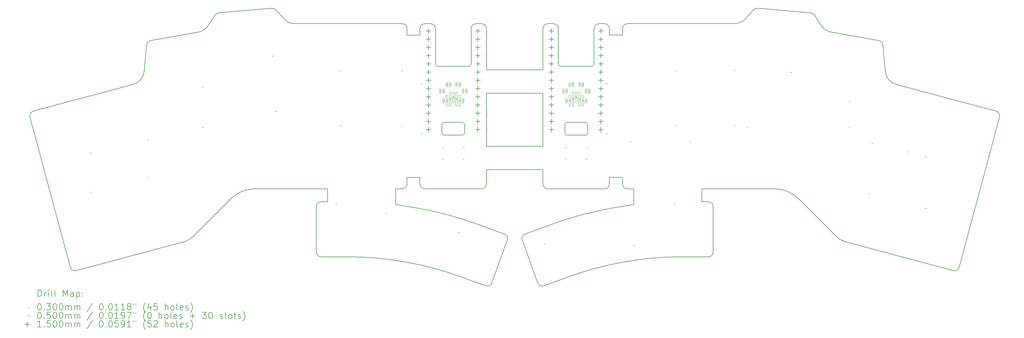
<source format=gbr>
%TF.GenerationSoftware,KiCad,Pcbnew,9.0.7*%
%TF.CreationDate,2026-02-05T22:02:26+07:00*%
%TF.ProjectId,Lapka42,4c61706b-6134-4322-9e6b-696361645f70,rev?*%
%TF.SameCoordinates,Original*%
%TF.FileFunction,Drillmap*%
%TF.FilePolarity,Positive*%
%FSLAX45Y45*%
G04 Gerber Fmt 4.5, Leading zero omitted, Abs format (unit mm)*
G04 Created by KiCad (PCBNEW 9.0.7) date 2026-02-05 22:02:26*
%MOMM*%
%LPD*%
G01*
G04 APERTURE LIST*
%ADD10C,0.200000*%
%ADD11C,0.100000*%
%ADD12C,0.150000*%
G04 APERTURE END LIST*
D10*
X8250862Y-19276830D02*
G75*
G02*
X8067151Y-19170764I-38822J144890D01*
G01*
X12522556Y-11388128D02*
G75*
G02*
X12635617Y-11319880I126134J-81182D01*
G01*
X24216215Y-11800001D02*
G75*
G02*
X24366215Y-11649995I150005J1D01*
G01*
X24541215Y-11650001D02*
X24366215Y-11650001D01*
X22089652Y-18146526D02*
X22089651Y-18146524D01*
X21451564Y-18146526D02*
X21451565Y-18146524D01*
X18501710Y-17300404D02*
X18861349Y-17363818D01*
X15650000Y-17300001D02*
G75*
G02*
X15800001Y-17150000I150000J1D01*
G01*
X24691215Y-16400001D02*
X25091215Y-16400002D01*
X25441215Y-16750001D02*
X25441215Y-17238048D01*
X14405440Y-11223398D02*
X14666399Y-11505550D01*
X29779636Y-16750001D02*
G75*
G02*
X30523105Y-17058544I4J-1049999D01*
G01*
X22641215Y-16160000D02*
X22641215Y-16600001D01*
X18850001Y-16600002D02*
X18850000Y-16400002D01*
X25241215Y-16750001D02*
G75*
G02*
X25091219Y-16600001I5J150001D01*
G01*
X20900000Y-13800000D02*
X20900000Y-15440000D01*
X6824819Y-14534320D02*
G75*
G02*
X6930887Y-14350610I144891J38820D01*
G01*
X20150001Y-14695002D02*
X19600001Y-14695001D01*
X24016214Y-15020000D02*
G75*
G02*
X23941215Y-15095004I-75005J0D01*
G01*
X20225000Y-15020001D02*
X20225001Y-14770001D01*
X18100001Y-17238048D02*
X18501710Y-17300404D01*
X18300001Y-11650001D02*
G75*
G02*
X18449999Y-11800001I-1J-149999D01*
G01*
X18450000Y-16600001D02*
G75*
G02*
X18300001Y-16750000I-150000J1D01*
G01*
X20750001Y-16750002D02*
X19000001Y-16750002D01*
X31998292Y-18394725D02*
X35290353Y-19276830D01*
X20900001Y-16600001D02*
X20900000Y-16160000D01*
X10342184Y-13134832D02*
G75*
G02*
X10010825Y-13525341I-447834J44162D01*
G01*
X18419688Y-19012167D02*
X18352987Y-19000406D01*
X12635617Y-11319880D02*
X12635616Y-11319880D01*
X25091215Y-11800001D02*
G75*
G02*
X25241215Y-11649995I150005J1D01*
G01*
X30905599Y-11319879D02*
G75*
G02*
X31018657Y-11388130I-13079J-149431D01*
G01*
X22966215Y-11650001D02*
G75*
G02*
X23116209Y-11800001I-6J-149999D01*
G01*
X33199031Y-13134832D02*
X33116967Y-12302575D01*
X25188230Y-19000405D02*
G75*
G02*
X26907354Y-18850001I1719130J-9749685D01*
G01*
X30905599Y-11319879D02*
X29258970Y-11175818D01*
X23391215Y-15095000D02*
X23941215Y-15095001D01*
X15800001Y-17150002D02*
X16000001Y-17150001D01*
X22641215Y-11800001D02*
G75*
G02*
X22791215Y-11650005I149995J1D01*
G01*
X16633862Y-18850002D02*
X15800001Y-18850002D01*
X14996762Y-11650001D02*
X18300001Y-11650001D01*
X18850001Y-11800001D02*
G75*
G02*
X19000001Y-11650001I149999J1D01*
G01*
X26907354Y-18850001D02*
X27741215Y-18850001D01*
X18100001Y-16750001D02*
X18100001Y-17238048D01*
X19325000Y-11800001D02*
X19325001Y-12895001D01*
X10010825Y-13525341D02*
X10010825Y-13525341D01*
X10547477Y-12169573D02*
X12014295Y-11910934D01*
X23191215Y-12970001D02*
G75*
G02*
X23116209Y-12895001I-5J75001D01*
G01*
X22641215Y-11800001D02*
X22641215Y-13080000D01*
X18450001Y-16400001D02*
X18450000Y-16600001D01*
X19600001Y-15095001D02*
G75*
G02*
X19524999Y-15020002I-1J75001D01*
G01*
X19000001Y-16750002D02*
G75*
G02*
X18849998Y-16600002I-1J150002D01*
G01*
X23012984Y-17810459D02*
G75*
G02*
X24679867Y-17363819I3385986J-9302911D01*
G01*
X20225000Y-15020001D02*
G75*
G02*
X20150001Y-15095000I-75000J1D01*
G01*
X20425000Y-12895001D02*
X20425000Y-11800001D01*
X20870126Y-19744000D02*
X20086557Y-19458804D01*
X29135776Y-11223397D02*
G75*
G02*
X29258970Y-11175816I110124J-101853D01*
G01*
X30905599Y-11319879D02*
X30905599Y-11319879D01*
X22791215Y-16750001D02*
G75*
G02*
X22641218Y-16600001I5J150002D01*
G01*
X25039505Y-17300404D02*
X24679867Y-17363819D01*
X30523103Y-17058546D02*
X31661358Y-18199892D01*
X27741215Y-17150001D02*
X27541215Y-17150001D01*
X36610330Y-14350608D02*
X33530391Y-13525341D01*
X24216215Y-11800001D02*
X24216216Y-12895001D01*
X24141215Y-12970001D02*
X23191215Y-12970001D01*
X22641215Y-13800000D02*
X22641215Y-15440000D01*
X31998292Y-18394725D02*
G75*
G02*
X31661357Y-18199893I194118J724455D01*
G01*
X13018113Y-17058545D02*
G75*
G02*
X13761579Y-16750005I743457J-741445D01*
G01*
X20425000Y-11800001D02*
G75*
G02*
X20575001Y-11650000I150000J1D01*
G01*
X12635616Y-11319880D02*
X14282246Y-11175819D01*
X22671090Y-19744000D02*
G75*
G02*
X22478832Y-19654344I-51300J140960D01*
G01*
X27891215Y-18700001D02*
G75*
G02*
X27741215Y-18849995I-149995J1D01*
G01*
X16633862Y-18850002D02*
G75*
G02*
X18352987Y-19000405I-2J-9900108D01*
G01*
X23941215Y-14695001D02*
X23391215Y-14695000D01*
X32993739Y-12169573D02*
G75*
G02*
X33116963Y-12302575I-26049J-147717D01*
G01*
X24216216Y-12895001D02*
G75*
G02*
X24141215Y-12969996I-74996J1D01*
G01*
X23116215Y-12895001D02*
X23116215Y-11800001D01*
X18850000Y-16400002D02*
X18450001Y-16400001D01*
X29135776Y-11223397D02*
X28874817Y-11505550D01*
X31226660Y-11711309D02*
X31018660Y-11388128D01*
X20900000Y-13800000D02*
X22641215Y-13800000D01*
X27541215Y-17150001D02*
X27541215Y-16750001D01*
X24016214Y-15020000D02*
X24016215Y-14770000D01*
X20900000Y-13080000D02*
X22641215Y-13080000D01*
X23012984Y-17810459D02*
X22089651Y-18146524D01*
X10424248Y-12302574D02*
G75*
G02*
X10547477Y-12169573I149282J-14726D01*
G01*
X21062389Y-19654346D02*
X21062390Y-19654347D01*
X23454660Y-19458804D02*
G75*
G02*
X25121527Y-19012166I3385990J-9302916D01*
G01*
X33530391Y-13525341D02*
X33530391Y-13525341D01*
X31526921Y-11910934D02*
G75*
G02*
X31226664Y-11711307I78149J443164D01*
G01*
X16000001Y-17150001D02*
X16000000Y-16750001D01*
X21451564Y-18146526D02*
G75*
G02*
X21541214Y-18338784I-51304J-140954D01*
G01*
X28874817Y-11505550D02*
G75*
G02*
X28544453Y-11649999I-330357J305540D01*
G01*
X25091215Y-16400002D02*
X25091215Y-16600001D01*
X13018113Y-17058545D02*
X11879857Y-18199891D01*
X10342184Y-13134832D02*
X10424248Y-12302574D01*
X18450000Y-12000001D02*
X18850001Y-12000001D01*
X35474065Y-19170764D02*
X36716396Y-14534320D01*
X20575001Y-11650002D02*
X20750001Y-11650002D01*
X22641215Y-15440000D02*
X20900000Y-15440000D01*
X20750001Y-11650002D02*
G75*
G02*
X20899998Y-11800001I-1J-149998D01*
G01*
X21062389Y-19654346D02*
G75*
G02*
X20870126Y-19744000I-140959J51306D01*
G01*
X24691215Y-12000001D02*
X24691215Y-11800001D01*
X22000000Y-18338785D02*
G75*
G02*
X22089650Y-18146522I140960J51305D01*
G01*
X25091215Y-11800001D02*
X25091215Y-12000001D01*
X21541216Y-18338785D02*
X21062390Y-19654347D01*
X19525001Y-14770002D02*
G75*
G02*
X19600001Y-14695001I74999J2D01*
G01*
X22000000Y-18338785D02*
X22478825Y-19654346D01*
X20528232Y-17810459D02*
X21451565Y-18146524D01*
X36610330Y-14350608D02*
G75*
G02*
X36716401Y-14534321I-38820J-144892D01*
G01*
X12314555Y-11711310D02*
X12522556Y-11388128D01*
X27891215Y-18700001D02*
X27891215Y-17300001D01*
X23316215Y-14770001D02*
G75*
G02*
X23391215Y-14694995I75005J1D01*
G01*
X19400000Y-12970002D02*
G75*
G02*
X19324998Y-12895001I0J75002D01*
G01*
X22671090Y-19744000D02*
X23454660Y-19458804D01*
X27741215Y-17150001D02*
G75*
G02*
X27891219Y-17300001I5J-149999D01*
G01*
X35474065Y-19170764D02*
G75*
G02*
X35290354Y-19276825I-144885J38824D01*
G01*
X22478827Y-19654346D02*
X22478825Y-19654346D01*
X19525001Y-14770002D02*
X19525001Y-15020002D01*
X27541215Y-16750001D02*
X29779636Y-16750001D01*
X23941215Y-14695001D02*
G75*
G02*
X24016209Y-14770000I-5J-74999D01*
G01*
X24541215Y-11650001D02*
G75*
G02*
X24691218Y-11800001I5J-149999D01*
G01*
X20425000Y-12895001D02*
G75*
G02*
X20350001Y-12970000I-75000J1D01*
G01*
X19175001Y-11650001D02*
G75*
G02*
X19324999Y-11800001I-1J-149999D01*
G01*
X15800001Y-18850002D02*
G75*
G02*
X15649998Y-18700001I-1J150002D01*
G01*
X15650001Y-18700001D02*
X15650000Y-17300001D01*
X8067151Y-19170765D02*
X6824819Y-14534320D01*
X22791215Y-16750001D02*
X24541215Y-16750001D01*
X18419688Y-19012167D02*
G75*
G02*
X20086557Y-19458804I-1719158J-9749713D01*
G01*
X24691215Y-16600001D02*
X24691215Y-16400001D01*
X20900000Y-11800001D02*
X20900000Y-13080000D01*
X20900001Y-16600001D02*
G75*
G02*
X20750001Y-16750001I-150001J1D01*
G01*
X28544453Y-11650001D02*
X25241215Y-11650001D01*
X23391215Y-15095000D02*
G75*
G02*
X23316210Y-15020001I-5J75000D01*
G01*
X19600001Y-15095001D02*
X20150001Y-15095001D01*
X11542923Y-18394725D02*
X8250862Y-19276830D01*
X19400000Y-12970002D02*
X20350001Y-12970002D01*
X12314555Y-11711310D02*
G75*
G02*
X12014295Y-11910935I-378405J243540D01*
G01*
X25121527Y-19012167D02*
X25188230Y-19000405D01*
X18861349Y-17363818D02*
G75*
G02*
X20528231Y-17810459I-1719119J-9749582D01*
G01*
X32993739Y-12169573D02*
X31526921Y-11910934D01*
X19000001Y-11650001D02*
X19175001Y-11650001D01*
X14996762Y-11650001D02*
G75*
G02*
X14666398Y-11505552I-2J450001D01*
G01*
X22641215Y-16160000D02*
X20900000Y-16160000D01*
X20150001Y-14695002D02*
G75*
G02*
X20224998Y-14770001I-1J-74998D01*
G01*
X16000000Y-16750001D02*
X13761579Y-16750002D01*
X33530391Y-13525341D02*
G75*
G02*
X33199028Y-13134832I116469J434671D01*
G01*
X22966215Y-11650001D02*
X22791215Y-11650001D01*
X23316215Y-14770001D02*
X23316215Y-15020001D01*
X18300001Y-16750001D02*
X18100001Y-16750001D01*
X11879857Y-18199891D02*
G75*
G02*
X11542922Y-18394724I-531047J529611D01*
G01*
X18850001Y-12000001D02*
X18850001Y-11800001D01*
X25091215Y-12000001D02*
X24691215Y-12000001D01*
X25441215Y-17238048D02*
X25039505Y-17300404D01*
X6930886Y-14350608D02*
X10010825Y-13525341D01*
X18450000Y-11800001D02*
X18450000Y-12000001D01*
X24691215Y-16600001D02*
G75*
G02*
X24541215Y-16749995I-149995J1D01*
G01*
X14282246Y-11175819D02*
G75*
G02*
X14405441Y-11223397I13074J-149431D01*
G01*
X25241215Y-16750001D02*
X25441215Y-16750001D01*
D11*
X8685000Y-15635000D02*
X8715000Y-15665000D01*
X8715000Y-15635000D02*
X8685000Y-15665000D01*
X8685000Y-16835000D02*
X8715000Y-16865000D01*
X8715000Y-16835000D02*
X8685000Y-16865000D01*
X10435000Y-15235000D02*
X10465000Y-15265000D01*
X10465000Y-15235000D02*
X10435000Y-15265000D01*
X10435000Y-16385000D02*
X10465000Y-16415000D01*
X10465000Y-16385000D02*
X10435000Y-16415000D01*
X12135000Y-13585000D02*
X12165000Y-13615000D01*
X12165000Y-13585000D02*
X12135000Y-13615000D01*
X12135000Y-14835000D02*
X12165000Y-14865000D01*
X12165000Y-14835000D02*
X12135000Y-14865000D01*
X14285000Y-12635000D02*
X14315000Y-12665000D01*
X14315000Y-12635000D02*
X14285000Y-12665000D01*
X14385000Y-14335000D02*
X14415000Y-14365000D01*
X14415000Y-14335000D02*
X14385000Y-14365000D01*
X16257500Y-17190001D02*
X16287500Y-17220001D01*
X16287500Y-17190001D02*
X16257500Y-17220001D01*
X16385000Y-13085000D02*
X16415000Y-13115000D01*
X16415000Y-13085000D02*
X16385000Y-13115000D01*
X16385000Y-14785000D02*
X16415000Y-14815000D01*
X16415000Y-14785000D02*
X16385000Y-14815000D01*
X17785000Y-17485000D02*
X17815000Y-17515000D01*
X17815000Y-17485000D02*
X17785000Y-17515000D01*
X18285000Y-13085000D02*
X18315000Y-13115000D01*
X18315000Y-13085000D02*
X18285000Y-13115000D01*
X18285000Y-14785000D02*
X18315000Y-14815000D01*
X18315000Y-14785000D02*
X18285000Y-14815000D01*
X18885000Y-13485000D02*
X18915000Y-13515000D01*
X18915000Y-13485000D02*
X18885000Y-13515000D01*
X18885000Y-15035000D02*
X18915000Y-15065000D01*
X18915000Y-15035000D02*
X18885000Y-15065000D01*
X19545000Y-15451970D02*
X19575000Y-15481970D01*
X19575000Y-15451970D02*
X19545000Y-15481970D01*
X19545000Y-15811970D02*
X19575000Y-15841970D01*
X19575000Y-15811970D02*
X19545000Y-15841970D01*
X20035000Y-18085000D02*
X20065000Y-18115000D01*
X20065000Y-18085000D02*
X20035000Y-18115000D01*
X20175000Y-15451970D02*
X20205000Y-15481970D01*
X20205000Y-15451970D02*
X20175000Y-15481970D01*
X20175000Y-15811970D02*
X20205000Y-15841970D01*
X20205000Y-15811970D02*
X20175000Y-15841970D01*
X22672712Y-18431498D02*
X22702712Y-18461498D01*
X22702712Y-18431498D02*
X22672712Y-18461498D01*
X23336215Y-15451970D02*
X23366215Y-15481970D01*
X23366215Y-15451970D02*
X23336215Y-15481970D01*
X23336215Y-15811970D02*
X23366215Y-15841970D01*
X23366215Y-15811970D02*
X23336215Y-15841970D01*
X23966215Y-15451970D02*
X23996215Y-15481970D01*
X23996215Y-15451970D02*
X23966215Y-15481970D01*
X23966215Y-15811970D02*
X23996215Y-15841970D01*
X23996215Y-15811970D02*
X23966215Y-15841970D01*
X24585000Y-13485000D02*
X24615000Y-13515000D01*
X24615000Y-13485000D02*
X24585000Y-13515000D01*
X24585000Y-15035000D02*
X24615000Y-15065000D01*
X24615000Y-15035000D02*
X24585000Y-15065000D01*
X25326215Y-15285001D02*
X25356215Y-15315001D01*
X25356215Y-15285001D02*
X25326215Y-15315001D01*
X25426215Y-18486254D02*
X25456215Y-18516254D01*
X25456215Y-18486254D02*
X25426215Y-18516254D01*
X26677954Y-17183263D02*
X26707954Y-17213263D01*
X26707954Y-17183263D02*
X26677954Y-17213263D01*
X26726215Y-13085001D02*
X26756215Y-13115001D01*
X26756215Y-13085001D02*
X26726215Y-13115001D01*
X26726215Y-14785001D02*
X26756215Y-14815001D01*
X26756215Y-14785001D02*
X26726215Y-14815001D01*
X27176215Y-15285001D02*
X27206215Y-15315001D01*
X27206215Y-15285001D02*
X27176215Y-15315001D01*
X28526215Y-13085001D02*
X28556215Y-13115001D01*
X28556215Y-13085001D02*
X28526215Y-13115001D01*
X28526215Y-14785001D02*
X28556215Y-14815001D01*
X28556215Y-14785001D02*
X28526215Y-14815001D01*
X28926215Y-14835001D02*
X28956215Y-14865001D01*
X28956215Y-14835001D02*
X28926215Y-14865001D01*
X30276215Y-13135001D02*
X30306215Y-13165001D01*
X30306215Y-13135001D02*
X30276215Y-13165001D01*
X32076215Y-14035001D02*
X32106215Y-14065001D01*
X32106215Y-14035001D02*
X32076215Y-14065001D01*
X32076215Y-14835001D02*
X32106215Y-14865001D01*
X32106215Y-14835001D02*
X32076215Y-14865001D01*
X32676215Y-16885001D02*
X32706215Y-16915001D01*
X32706215Y-16885001D02*
X32676215Y-16915001D01*
X32776215Y-15335001D02*
X32806215Y-15365001D01*
X32806215Y-15335001D02*
X32776215Y-15365001D01*
X33876216Y-15585001D02*
X33906216Y-15615001D01*
X33906216Y-15585001D02*
X33876216Y-15615001D01*
X34426216Y-15735001D02*
X34456216Y-15765001D01*
X34456216Y-15735001D02*
X34426216Y-15765001D01*
X34426216Y-17335001D02*
X34456216Y-17365001D01*
X34456216Y-17335001D02*
X34426216Y-17365001D01*
X19500000Y-13730000D02*
G75*
G02*
X19450000Y-13730000I-25000J0D01*
G01*
X19450000Y-13730000D02*
G75*
G02*
X19500000Y-13730000I25000J0D01*
G01*
X19450000Y-13680000D02*
X19450000Y-13780000D01*
X19500000Y-13780000D02*
G75*
G02*
X19450000Y-13780000I-25000J0D01*
G01*
X19500000Y-13780000D02*
X19500000Y-13680000D01*
X19500000Y-13680000D02*
G75*
G03*
X19450000Y-13680000I-25000J0D01*
G01*
X19600000Y-13730000D02*
G75*
G02*
X19550000Y-13730000I-25000J0D01*
G01*
X19550000Y-13730000D02*
G75*
G02*
X19600000Y-13730000I25000J0D01*
G01*
X19550000Y-13680000D02*
X19550000Y-13780000D01*
X19600000Y-13780000D02*
G75*
G02*
X19550000Y-13780000I-25000J0D01*
G01*
X19600000Y-13780000D02*
X19600000Y-13680000D01*
X19600000Y-13680000D02*
G75*
G03*
X19550000Y-13680000I-25000J0D01*
G01*
X19600000Y-14030000D02*
G75*
G02*
X19550000Y-14030000I-25000J0D01*
G01*
X19550000Y-14030000D02*
G75*
G02*
X19600000Y-14030000I25000J0D01*
G01*
X19550000Y-13980000D02*
X19550000Y-14080000D01*
X19600000Y-14080000D02*
G75*
G02*
X19550000Y-14080000I-25000J0D01*
G01*
X19600000Y-14080000D02*
X19600000Y-13980000D01*
X19600000Y-13980000D02*
G75*
G03*
X19550000Y-13980000I-25000J0D01*
G01*
X19700000Y-13530000D02*
G75*
G02*
X19650000Y-13530000I-25000J0D01*
G01*
X19650000Y-13530000D02*
G75*
G02*
X19700000Y-13530000I25000J0D01*
G01*
X19650000Y-13480000D02*
X19650000Y-13580000D01*
X19700000Y-13580000D02*
G75*
G02*
X19650000Y-13580000I-25000J0D01*
G01*
X19700000Y-13580000D02*
X19700000Y-13480000D01*
X19700000Y-13480000D02*
G75*
G03*
X19650000Y-13480000I-25000J0D01*
G01*
X19700000Y-14030000D02*
G75*
G02*
X19650000Y-14030000I-25000J0D01*
G01*
X19650000Y-14030000D02*
G75*
G02*
X19700000Y-14030000I25000J0D01*
G01*
X19650000Y-13880000D02*
X19650000Y-14180000D01*
X19700000Y-14180000D02*
G75*
G02*
X19650000Y-14180000I-25000J0D01*
G01*
X19700000Y-14180000D02*
X19700000Y-13880000D01*
X19700000Y-13880000D02*
G75*
G03*
X19650000Y-13880000I-25000J0D01*
G01*
X19800000Y-13530000D02*
G75*
G02*
X19750000Y-13530000I-25000J0D01*
G01*
X19750000Y-13530000D02*
G75*
G02*
X19800000Y-13530000I25000J0D01*
G01*
X19750000Y-13480000D02*
X19750000Y-13580000D01*
X19800000Y-13580000D02*
G75*
G02*
X19750000Y-13580000I-25000J0D01*
G01*
X19800000Y-13580000D02*
X19800000Y-13480000D01*
X19800000Y-13480000D02*
G75*
G03*
X19750000Y-13480000I-25000J0D01*
G01*
X19800000Y-13980000D02*
G75*
G02*
X19750000Y-13980000I-25000J0D01*
G01*
X19750000Y-13980000D02*
G75*
G02*
X19800000Y-13980000I25000J0D01*
G01*
X19750000Y-13780000D02*
X19750000Y-14180000D01*
X19800000Y-14180000D02*
G75*
G02*
X19750000Y-14180000I-25000J0D01*
G01*
X19800000Y-14180000D02*
X19800000Y-13780000D01*
X19800000Y-13780000D02*
G75*
G03*
X19750000Y-13780000I-25000J0D01*
G01*
X19900000Y-13930000D02*
G75*
G02*
X19850000Y-13930000I-25000J0D01*
G01*
X19850000Y-13930000D02*
G75*
G02*
X19900000Y-13930000I25000J0D01*
G01*
X19850000Y-13780000D02*
X19850000Y-14080000D01*
X19900000Y-14080000D02*
G75*
G02*
X19850000Y-14080000I-25000J0D01*
G01*
X19900000Y-14080000D02*
X19900000Y-13780000D01*
X19900000Y-13780000D02*
G75*
G03*
X19850000Y-13780000I-25000J0D01*
G01*
X20000000Y-13530000D02*
G75*
G02*
X19950000Y-13530000I-25000J0D01*
G01*
X19950000Y-13530000D02*
G75*
G02*
X20000000Y-13530000I25000J0D01*
G01*
X19950000Y-13480000D02*
X19950000Y-13580000D01*
X20000000Y-13580000D02*
G75*
G02*
X19950000Y-13580000I-25000J0D01*
G01*
X20000000Y-13580000D02*
X20000000Y-13480000D01*
X20000000Y-13480000D02*
G75*
G03*
X19950000Y-13480000I-25000J0D01*
G01*
X20000000Y-13980000D02*
G75*
G02*
X19950000Y-13980000I-25000J0D01*
G01*
X19950000Y-13980000D02*
G75*
G02*
X20000000Y-13980000I25000J0D01*
G01*
X19950000Y-13780000D02*
X19950000Y-14180000D01*
X20000000Y-14180000D02*
G75*
G02*
X19950000Y-14180000I-25000J0D01*
G01*
X20000000Y-14180000D02*
X20000000Y-13780000D01*
X20000000Y-13780000D02*
G75*
G03*
X19950000Y-13780000I-25000J0D01*
G01*
X20100000Y-13530000D02*
G75*
G02*
X20050000Y-13530000I-25000J0D01*
G01*
X20050000Y-13530000D02*
G75*
G02*
X20100000Y-13530000I25000J0D01*
G01*
X20050000Y-13480000D02*
X20050000Y-13580000D01*
X20100000Y-13580000D02*
G75*
G02*
X20050000Y-13580000I-25000J0D01*
G01*
X20100000Y-13580000D02*
X20100000Y-13480000D01*
X20100000Y-13480000D02*
G75*
G03*
X20050000Y-13480000I-25000J0D01*
G01*
X20100000Y-14030000D02*
G75*
G02*
X20050000Y-14030000I-25000J0D01*
G01*
X20050000Y-14030000D02*
G75*
G02*
X20100000Y-14030000I25000J0D01*
G01*
X20050000Y-13880000D02*
X20050000Y-14180000D01*
X20100000Y-14180000D02*
G75*
G02*
X20050000Y-14180000I-25000J0D01*
G01*
X20100000Y-14180000D02*
X20100000Y-13880000D01*
X20100000Y-13880000D02*
G75*
G03*
X20050000Y-13880000I-25000J0D01*
G01*
X20200000Y-13730000D02*
G75*
G02*
X20150000Y-13730000I-25000J0D01*
G01*
X20150000Y-13730000D02*
G75*
G02*
X20200000Y-13730000I25000J0D01*
G01*
X20150000Y-13680000D02*
X20150000Y-13780000D01*
X20200000Y-13780000D02*
G75*
G02*
X20150000Y-13780000I-25000J0D01*
G01*
X20200000Y-13780000D02*
X20200000Y-13680000D01*
X20200000Y-13680000D02*
G75*
G03*
X20150000Y-13680000I-25000J0D01*
G01*
X20200000Y-14030000D02*
G75*
G02*
X20150000Y-14030000I-25000J0D01*
G01*
X20150000Y-14030000D02*
G75*
G02*
X20200000Y-14030000I25000J0D01*
G01*
X20150000Y-13980000D02*
X20150000Y-14080000D01*
X20200000Y-14080000D02*
G75*
G02*
X20150000Y-14080000I-25000J0D01*
G01*
X20200000Y-14080000D02*
X20200000Y-13980000D01*
X20200000Y-13980000D02*
G75*
G03*
X20150000Y-13980000I-25000J0D01*
G01*
X20300000Y-13730000D02*
G75*
G02*
X20250000Y-13730000I-25000J0D01*
G01*
X20250000Y-13730000D02*
G75*
G02*
X20300000Y-13730000I25000J0D01*
G01*
X20250000Y-13680000D02*
X20250000Y-13780000D01*
X20300000Y-13780000D02*
G75*
G02*
X20250000Y-13780000I-25000J0D01*
G01*
X20300000Y-13780000D02*
X20300000Y-13680000D01*
X20300000Y-13680000D02*
G75*
G03*
X20250000Y-13680000I-25000J0D01*
G01*
X23291215Y-13730001D02*
G75*
G02*
X23241215Y-13730001I-25000J0D01*
G01*
X23241215Y-13730001D02*
G75*
G02*
X23291215Y-13730001I25000J0D01*
G01*
X23241215Y-13680001D02*
X23241215Y-13780001D01*
X23291215Y-13780001D02*
G75*
G02*
X23241215Y-13780001I-25000J0D01*
G01*
X23291215Y-13780001D02*
X23291215Y-13680001D01*
X23291215Y-13680001D02*
G75*
G03*
X23241215Y-13680001I-25000J0D01*
G01*
X23391215Y-13730001D02*
G75*
G02*
X23341215Y-13730001I-25000J0D01*
G01*
X23341215Y-13730001D02*
G75*
G02*
X23391215Y-13730001I25000J0D01*
G01*
X23341215Y-13680001D02*
X23341215Y-13780001D01*
X23391215Y-13780001D02*
G75*
G02*
X23341215Y-13780001I-25000J0D01*
G01*
X23391215Y-13780001D02*
X23391215Y-13680001D01*
X23391215Y-13680001D02*
G75*
G03*
X23341215Y-13680001I-25000J0D01*
G01*
X23391215Y-14030001D02*
G75*
G02*
X23341215Y-14030001I-25000J0D01*
G01*
X23341215Y-14030001D02*
G75*
G02*
X23391215Y-14030001I25000J0D01*
G01*
X23341215Y-13980001D02*
X23341215Y-14080001D01*
X23391215Y-14080001D02*
G75*
G02*
X23341215Y-14080001I-25000J0D01*
G01*
X23391215Y-14080001D02*
X23391215Y-13980001D01*
X23391215Y-13980001D02*
G75*
G03*
X23341215Y-13980001I-25000J0D01*
G01*
X23491215Y-13530001D02*
G75*
G02*
X23441215Y-13530001I-25000J0D01*
G01*
X23441215Y-13530001D02*
G75*
G02*
X23491215Y-13530001I25000J0D01*
G01*
X23441215Y-13480001D02*
X23441215Y-13580001D01*
X23491215Y-13580001D02*
G75*
G02*
X23441215Y-13580001I-25000J0D01*
G01*
X23491215Y-13580001D02*
X23491215Y-13480001D01*
X23491215Y-13480001D02*
G75*
G03*
X23441215Y-13480001I-25000J0D01*
G01*
X23491215Y-14030001D02*
G75*
G02*
X23441215Y-14030001I-25000J0D01*
G01*
X23441215Y-14030001D02*
G75*
G02*
X23491215Y-14030001I25000J0D01*
G01*
X23441215Y-13880001D02*
X23441215Y-14180001D01*
X23491215Y-14180001D02*
G75*
G02*
X23441215Y-14180001I-25000J0D01*
G01*
X23491215Y-14180001D02*
X23491215Y-13880001D01*
X23491215Y-13880001D02*
G75*
G03*
X23441215Y-13880001I-25000J0D01*
G01*
X23591215Y-13530001D02*
G75*
G02*
X23541215Y-13530001I-25000J0D01*
G01*
X23541215Y-13530001D02*
G75*
G02*
X23591215Y-13530001I25000J0D01*
G01*
X23541215Y-13480001D02*
X23541215Y-13580001D01*
X23591215Y-13580001D02*
G75*
G02*
X23541215Y-13580001I-25000J0D01*
G01*
X23591215Y-13580001D02*
X23591215Y-13480001D01*
X23591215Y-13480001D02*
G75*
G03*
X23541215Y-13480001I-25000J0D01*
G01*
X23591215Y-13980001D02*
G75*
G02*
X23541215Y-13980001I-25000J0D01*
G01*
X23541215Y-13980001D02*
G75*
G02*
X23591215Y-13980001I25000J0D01*
G01*
X23541215Y-13780001D02*
X23541215Y-14180001D01*
X23591215Y-14180001D02*
G75*
G02*
X23541215Y-14180001I-25000J0D01*
G01*
X23591215Y-14180001D02*
X23591215Y-13780001D01*
X23591215Y-13780001D02*
G75*
G03*
X23541215Y-13780001I-25000J0D01*
G01*
X23691215Y-13930001D02*
G75*
G02*
X23641215Y-13930001I-25000J0D01*
G01*
X23641215Y-13930001D02*
G75*
G02*
X23691215Y-13930001I25000J0D01*
G01*
X23641215Y-13780001D02*
X23641215Y-14080001D01*
X23691215Y-14080001D02*
G75*
G02*
X23641215Y-14080001I-25000J0D01*
G01*
X23691215Y-14080001D02*
X23691215Y-13780001D01*
X23691215Y-13780001D02*
G75*
G03*
X23641215Y-13780001I-25000J0D01*
G01*
X23791215Y-13530001D02*
G75*
G02*
X23741215Y-13530001I-25000J0D01*
G01*
X23741215Y-13530001D02*
G75*
G02*
X23791215Y-13530001I25000J0D01*
G01*
X23741215Y-13480001D02*
X23741215Y-13580001D01*
X23791215Y-13580001D02*
G75*
G02*
X23741215Y-13580001I-25000J0D01*
G01*
X23791215Y-13580001D02*
X23791215Y-13480001D01*
X23791215Y-13480001D02*
G75*
G03*
X23741215Y-13480001I-25000J0D01*
G01*
X23791215Y-13980001D02*
G75*
G02*
X23741215Y-13980001I-25000J0D01*
G01*
X23741215Y-13980001D02*
G75*
G02*
X23791215Y-13980001I25000J0D01*
G01*
X23741215Y-13780001D02*
X23741215Y-14180001D01*
X23791215Y-14180001D02*
G75*
G02*
X23741215Y-14180001I-25000J0D01*
G01*
X23791215Y-14180001D02*
X23791215Y-13780001D01*
X23791215Y-13780001D02*
G75*
G03*
X23741215Y-13780001I-25000J0D01*
G01*
X23891215Y-13530001D02*
G75*
G02*
X23841215Y-13530001I-25000J0D01*
G01*
X23841215Y-13530001D02*
G75*
G02*
X23891215Y-13530001I25000J0D01*
G01*
X23841215Y-13480001D02*
X23841215Y-13580001D01*
X23891215Y-13580001D02*
G75*
G02*
X23841215Y-13580001I-25000J0D01*
G01*
X23891215Y-13580001D02*
X23891215Y-13480001D01*
X23891215Y-13480001D02*
G75*
G03*
X23841215Y-13480001I-25000J0D01*
G01*
X23891215Y-14030001D02*
G75*
G02*
X23841215Y-14030001I-25000J0D01*
G01*
X23841215Y-14030001D02*
G75*
G02*
X23891215Y-14030001I25000J0D01*
G01*
X23841215Y-13880001D02*
X23841215Y-14180001D01*
X23891215Y-14180001D02*
G75*
G02*
X23841215Y-14180001I-25000J0D01*
G01*
X23891215Y-14180001D02*
X23891215Y-13880001D01*
X23891215Y-13880001D02*
G75*
G03*
X23841215Y-13880001I-25000J0D01*
G01*
X23991215Y-13730001D02*
G75*
G02*
X23941215Y-13730001I-25000J0D01*
G01*
X23941215Y-13730001D02*
G75*
G02*
X23991215Y-13730001I25000J0D01*
G01*
X23941215Y-13680001D02*
X23941215Y-13780001D01*
X23991215Y-13780001D02*
G75*
G02*
X23941215Y-13780001I-25000J0D01*
G01*
X23991215Y-13780001D02*
X23991215Y-13680001D01*
X23991215Y-13680001D02*
G75*
G03*
X23941215Y-13680001I-25000J0D01*
G01*
X23991215Y-14030001D02*
G75*
G02*
X23941215Y-14030001I-25000J0D01*
G01*
X23941215Y-14030001D02*
G75*
G02*
X23991215Y-14030001I25000J0D01*
G01*
X23941215Y-13980001D02*
X23941215Y-14080001D01*
X23991215Y-14080001D02*
G75*
G02*
X23941215Y-14080001I-25000J0D01*
G01*
X23991215Y-14080001D02*
X23991215Y-13980001D01*
X23991215Y-13980001D02*
G75*
G03*
X23941215Y-13980001I-25000J0D01*
G01*
X24091215Y-13730001D02*
G75*
G02*
X24041215Y-13730001I-25000J0D01*
G01*
X24041215Y-13730001D02*
G75*
G02*
X24091215Y-13730001I25000J0D01*
G01*
X24041215Y-13680001D02*
X24041215Y-13780001D01*
X24091215Y-13780001D02*
G75*
G02*
X24041215Y-13780001I-25000J0D01*
G01*
X24091215Y-13780001D02*
X24091215Y-13680001D01*
X24091215Y-13680001D02*
G75*
G03*
X24041215Y-13680001I-25000J0D01*
G01*
D12*
X19111755Y-11800919D02*
X19111755Y-11950919D01*
X19036755Y-11875919D02*
X19186755Y-11875919D01*
X19111755Y-12054919D02*
X19111755Y-12204919D01*
X19036755Y-12129919D02*
X19186755Y-12129919D01*
X19111755Y-12308919D02*
X19111755Y-12458919D01*
X19036755Y-12383919D02*
X19186755Y-12383919D01*
X19111755Y-12562919D02*
X19111755Y-12712919D01*
X19036755Y-12637919D02*
X19186755Y-12637919D01*
X19111755Y-12816919D02*
X19111755Y-12966919D01*
X19036755Y-12891919D02*
X19186755Y-12891919D01*
X19111755Y-13070919D02*
X19111755Y-13220919D01*
X19036755Y-13145919D02*
X19186755Y-13145919D01*
X19111755Y-13324919D02*
X19111755Y-13474919D01*
X19036755Y-13399919D02*
X19186755Y-13399919D01*
X19111755Y-13578919D02*
X19111755Y-13728919D01*
X19036755Y-13653919D02*
X19186755Y-13653919D01*
X19111755Y-13832919D02*
X19111755Y-13982919D01*
X19036755Y-13907919D02*
X19186755Y-13907919D01*
X19111755Y-14086919D02*
X19111755Y-14236919D01*
X19036755Y-14161919D02*
X19186755Y-14161919D01*
X19111755Y-14340919D02*
X19111755Y-14490919D01*
X19036755Y-14415919D02*
X19186755Y-14415919D01*
X19111755Y-14594919D02*
X19111755Y-14744919D01*
X19036755Y-14669919D02*
X19186755Y-14669919D01*
X19111755Y-14848919D02*
X19111755Y-14998919D01*
X19036755Y-14923919D02*
X19186755Y-14923919D01*
X20635755Y-11800919D02*
X20635755Y-11950919D01*
X20560755Y-11875919D02*
X20710755Y-11875919D01*
X20635755Y-12054919D02*
X20635755Y-12204919D01*
X20560755Y-12129919D02*
X20710755Y-12129919D01*
X20635755Y-12308919D02*
X20635755Y-12458919D01*
X20560755Y-12383919D02*
X20710755Y-12383919D01*
X20635755Y-12562919D02*
X20635755Y-12712919D01*
X20560755Y-12637919D02*
X20710755Y-12637919D01*
X20635755Y-12816919D02*
X20635755Y-12966919D01*
X20560755Y-12891919D02*
X20710755Y-12891919D01*
X20635755Y-13070919D02*
X20635755Y-13220919D01*
X20560755Y-13145919D02*
X20710755Y-13145919D01*
X20635755Y-13324919D02*
X20635755Y-13474919D01*
X20560755Y-13399919D02*
X20710755Y-13399919D01*
X20635755Y-13578919D02*
X20635755Y-13728919D01*
X20560755Y-13653919D02*
X20710755Y-13653919D01*
X20635755Y-13832919D02*
X20635755Y-13982919D01*
X20560755Y-13907919D02*
X20710755Y-13907919D01*
X20635755Y-14086919D02*
X20635755Y-14236919D01*
X20560755Y-14161919D02*
X20710755Y-14161919D01*
X20635755Y-14340919D02*
X20635755Y-14490919D01*
X20560755Y-14415919D02*
X20710755Y-14415919D01*
X20635755Y-14594919D02*
X20635755Y-14744919D01*
X20560755Y-14669919D02*
X20710755Y-14669919D01*
X20635755Y-14848919D02*
X20635755Y-14998919D01*
X20560755Y-14923919D02*
X20710755Y-14923919D01*
X22902970Y-11800920D02*
X22902970Y-11950920D01*
X22827970Y-11875920D02*
X22977970Y-11875920D01*
X22902970Y-12054920D02*
X22902970Y-12204920D01*
X22827970Y-12129920D02*
X22977970Y-12129920D01*
X22902970Y-12308920D02*
X22902970Y-12458920D01*
X22827970Y-12383920D02*
X22977970Y-12383920D01*
X22902970Y-12562920D02*
X22902970Y-12712920D01*
X22827970Y-12637920D02*
X22977970Y-12637920D01*
X22902970Y-12816920D02*
X22902970Y-12966920D01*
X22827970Y-12891920D02*
X22977970Y-12891920D01*
X22902970Y-13070920D02*
X22902970Y-13220920D01*
X22827970Y-13145920D02*
X22977970Y-13145920D01*
X22902970Y-13324920D02*
X22902970Y-13474920D01*
X22827970Y-13399920D02*
X22977970Y-13399920D01*
X22902970Y-13578920D02*
X22902970Y-13728920D01*
X22827970Y-13653920D02*
X22977970Y-13653920D01*
X22902970Y-13832920D02*
X22902970Y-13982920D01*
X22827970Y-13907920D02*
X22977970Y-13907920D01*
X22902970Y-14086920D02*
X22902970Y-14236920D01*
X22827970Y-14161920D02*
X22977970Y-14161920D01*
X22902970Y-14340920D02*
X22902970Y-14490920D01*
X22827970Y-14415920D02*
X22977970Y-14415920D01*
X22902970Y-14594920D02*
X22902970Y-14744920D01*
X22827970Y-14669920D02*
X22977970Y-14669920D01*
X22902970Y-14848920D02*
X22902970Y-14998920D01*
X22827970Y-14923920D02*
X22977970Y-14923920D01*
X24426970Y-11800920D02*
X24426970Y-11950920D01*
X24351970Y-11875920D02*
X24501970Y-11875920D01*
X24426970Y-12054920D02*
X24426970Y-12204920D01*
X24351970Y-12129920D02*
X24501970Y-12129920D01*
X24426970Y-12308920D02*
X24426970Y-12458920D01*
X24351970Y-12383920D02*
X24501970Y-12383920D01*
X24426970Y-12562920D02*
X24426970Y-12712920D01*
X24351970Y-12637920D02*
X24501970Y-12637920D01*
X24426970Y-12816920D02*
X24426970Y-12966920D01*
X24351970Y-12891920D02*
X24501970Y-12891920D01*
X24426970Y-13070920D02*
X24426970Y-13220920D01*
X24351970Y-13145920D02*
X24501970Y-13145920D01*
X24426970Y-13324920D02*
X24426970Y-13474920D01*
X24351970Y-13399920D02*
X24501970Y-13399920D01*
X24426970Y-13578920D02*
X24426970Y-13728920D01*
X24351970Y-13653920D02*
X24501970Y-13653920D01*
X24426970Y-13832920D02*
X24426970Y-13982920D01*
X24351970Y-13907920D02*
X24501970Y-13907920D01*
X24426970Y-14086920D02*
X24426970Y-14236920D01*
X24351970Y-14161920D02*
X24501970Y-14161920D01*
X24426970Y-14340920D02*
X24426970Y-14490920D01*
X24351970Y-14415920D02*
X24501970Y-14415920D01*
X24426970Y-14594920D02*
X24426970Y-14744920D01*
X24351970Y-14669920D02*
X24501970Y-14669920D01*
X24426970Y-14848920D02*
X24426970Y-14998920D01*
X24351970Y-14923920D02*
X24501970Y-14923920D01*
D10*
X7070486Y-20074530D02*
X7070486Y-19874530D01*
X7070486Y-19874530D02*
X7118105Y-19874530D01*
X7118105Y-19874530D02*
X7146676Y-19884054D01*
X7146676Y-19884054D02*
X7165724Y-19903101D01*
X7165724Y-19903101D02*
X7175248Y-19922149D01*
X7175248Y-19922149D02*
X7184772Y-19960244D01*
X7184772Y-19960244D02*
X7184772Y-19988816D01*
X7184772Y-19988816D02*
X7175248Y-20026911D01*
X7175248Y-20026911D02*
X7165724Y-20045958D01*
X7165724Y-20045958D02*
X7146676Y-20065006D01*
X7146676Y-20065006D02*
X7118105Y-20074530D01*
X7118105Y-20074530D02*
X7070486Y-20074530D01*
X7270486Y-20074530D02*
X7270486Y-19941196D01*
X7270486Y-19979292D02*
X7280010Y-19960244D01*
X7280010Y-19960244D02*
X7289534Y-19950720D01*
X7289534Y-19950720D02*
X7308581Y-19941196D01*
X7308581Y-19941196D02*
X7327629Y-19941196D01*
X7394295Y-20074530D02*
X7394295Y-19941196D01*
X7394295Y-19874530D02*
X7384772Y-19884054D01*
X7384772Y-19884054D02*
X7394295Y-19893577D01*
X7394295Y-19893577D02*
X7403819Y-19884054D01*
X7403819Y-19884054D02*
X7394295Y-19874530D01*
X7394295Y-19874530D02*
X7394295Y-19893577D01*
X7518105Y-20074530D02*
X7499057Y-20065006D01*
X7499057Y-20065006D02*
X7489534Y-20045958D01*
X7489534Y-20045958D02*
X7489534Y-19874530D01*
X7622867Y-20074530D02*
X7603819Y-20065006D01*
X7603819Y-20065006D02*
X7594295Y-20045958D01*
X7594295Y-20045958D02*
X7594295Y-19874530D01*
X7851438Y-20074530D02*
X7851438Y-19874530D01*
X7851438Y-19874530D02*
X7918105Y-20017387D01*
X7918105Y-20017387D02*
X7984772Y-19874530D01*
X7984772Y-19874530D02*
X7984772Y-20074530D01*
X8165724Y-20074530D02*
X8165724Y-19969768D01*
X8165724Y-19969768D02*
X8156200Y-19950720D01*
X8156200Y-19950720D02*
X8137153Y-19941196D01*
X8137153Y-19941196D02*
X8099057Y-19941196D01*
X8099057Y-19941196D02*
X8080010Y-19950720D01*
X8165724Y-20065006D02*
X8146676Y-20074530D01*
X8146676Y-20074530D02*
X8099057Y-20074530D01*
X8099057Y-20074530D02*
X8080010Y-20065006D01*
X8080010Y-20065006D02*
X8070486Y-20045958D01*
X8070486Y-20045958D02*
X8070486Y-20026911D01*
X8070486Y-20026911D02*
X8080010Y-20007863D01*
X8080010Y-20007863D02*
X8099057Y-19998339D01*
X8099057Y-19998339D02*
X8146676Y-19998339D01*
X8146676Y-19998339D02*
X8165724Y-19988816D01*
X8260962Y-19941196D02*
X8260962Y-20141196D01*
X8260962Y-19950720D02*
X8280010Y-19941196D01*
X8280010Y-19941196D02*
X8318105Y-19941196D01*
X8318105Y-19941196D02*
X8337153Y-19950720D01*
X8337153Y-19950720D02*
X8346676Y-19960244D01*
X8346676Y-19960244D02*
X8356200Y-19979292D01*
X8356200Y-19979292D02*
X8356200Y-20036435D01*
X8356200Y-20036435D02*
X8346676Y-20055482D01*
X8346676Y-20055482D02*
X8337153Y-20065006D01*
X8337153Y-20065006D02*
X8318105Y-20074530D01*
X8318105Y-20074530D02*
X8280010Y-20074530D01*
X8280010Y-20074530D02*
X8260962Y-20065006D01*
X8441915Y-20055482D02*
X8451438Y-20065006D01*
X8451438Y-20065006D02*
X8441915Y-20074530D01*
X8441915Y-20074530D02*
X8432391Y-20065006D01*
X8432391Y-20065006D02*
X8441915Y-20055482D01*
X8441915Y-20055482D02*
X8441915Y-20074530D01*
X8441915Y-19950720D02*
X8451438Y-19960244D01*
X8451438Y-19960244D02*
X8441915Y-19969768D01*
X8441915Y-19969768D02*
X8432391Y-19960244D01*
X8432391Y-19960244D02*
X8441915Y-19950720D01*
X8441915Y-19950720D02*
X8441915Y-19969768D01*
D11*
X6779709Y-20388046D02*
X6809709Y-20418046D01*
X6809709Y-20388046D02*
X6779709Y-20418046D01*
D10*
X7108581Y-20294530D02*
X7127629Y-20294530D01*
X7127629Y-20294530D02*
X7146676Y-20304054D01*
X7146676Y-20304054D02*
X7156200Y-20313577D01*
X7156200Y-20313577D02*
X7165724Y-20332625D01*
X7165724Y-20332625D02*
X7175248Y-20370720D01*
X7175248Y-20370720D02*
X7175248Y-20418339D01*
X7175248Y-20418339D02*
X7165724Y-20456435D01*
X7165724Y-20456435D02*
X7156200Y-20475482D01*
X7156200Y-20475482D02*
X7146676Y-20485006D01*
X7146676Y-20485006D02*
X7127629Y-20494530D01*
X7127629Y-20494530D02*
X7108581Y-20494530D01*
X7108581Y-20494530D02*
X7089534Y-20485006D01*
X7089534Y-20485006D02*
X7080010Y-20475482D01*
X7080010Y-20475482D02*
X7070486Y-20456435D01*
X7070486Y-20456435D02*
X7060962Y-20418339D01*
X7060962Y-20418339D02*
X7060962Y-20370720D01*
X7060962Y-20370720D02*
X7070486Y-20332625D01*
X7070486Y-20332625D02*
X7080010Y-20313577D01*
X7080010Y-20313577D02*
X7089534Y-20304054D01*
X7089534Y-20304054D02*
X7108581Y-20294530D01*
X7260962Y-20475482D02*
X7270486Y-20485006D01*
X7270486Y-20485006D02*
X7260962Y-20494530D01*
X7260962Y-20494530D02*
X7251438Y-20485006D01*
X7251438Y-20485006D02*
X7260962Y-20475482D01*
X7260962Y-20475482D02*
X7260962Y-20494530D01*
X7337153Y-20294530D02*
X7460962Y-20294530D01*
X7460962Y-20294530D02*
X7394295Y-20370720D01*
X7394295Y-20370720D02*
X7422867Y-20370720D01*
X7422867Y-20370720D02*
X7441915Y-20380244D01*
X7441915Y-20380244D02*
X7451438Y-20389768D01*
X7451438Y-20389768D02*
X7460962Y-20408816D01*
X7460962Y-20408816D02*
X7460962Y-20456435D01*
X7460962Y-20456435D02*
X7451438Y-20475482D01*
X7451438Y-20475482D02*
X7441915Y-20485006D01*
X7441915Y-20485006D02*
X7422867Y-20494530D01*
X7422867Y-20494530D02*
X7365724Y-20494530D01*
X7365724Y-20494530D02*
X7346676Y-20485006D01*
X7346676Y-20485006D02*
X7337153Y-20475482D01*
X7584772Y-20294530D02*
X7603819Y-20294530D01*
X7603819Y-20294530D02*
X7622867Y-20304054D01*
X7622867Y-20304054D02*
X7632391Y-20313577D01*
X7632391Y-20313577D02*
X7641915Y-20332625D01*
X7641915Y-20332625D02*
X7651438Y-20370720D01*
X7651438Y-20370720D02*
X7651438Y-20418339D01*
X7651438Y-20418339D02*
X7641915Y-20456435D01*
X7641915Y-20456435D02*
X7632391Y-20475482D01*
X7632391Y-20475482D02*
X7622867Y-20485006D01*
X7622867Y-20485006D02*
X7603819Y-20494530D01*
X7603819Y-20494530D02*
X7584772Y-20494530D01*
X7584772Y-20494530D02*
X7565724Y-20485006D01*
X7565724Y-20485006D02*
X7556200Y-20475482D01*
X7556200Y-20475482D02*
X7546676Y-20456435D01*
X7546676Y-20456435D02*
X7537153Y-20418339D01*
X7537153Y-20418339D02*
X7537153Y-20370720D01*
X7537153Y-20370720D02*
X7546676Y-20332625D01*
X7546676Y-20332625D02*
X7556200Y-20313577D01*
X7556200Y-20313577D02*
X7565724Y-20304054D01*
X7565724Y-20304054D02*
X7584772Y-20294530D01*
X7775248Y-20294530D02*
X7794296Y-20294530D01*
X7794296Y-20294530D02*
X7813343Y-20304054D01*
X7813343Y-20304054D02*
X7822867Y-20313577D01*
X7822867Y-20313577D02*
X7832391Y-20332625D01*
X7832391Y-20332625D02*
X7841915Y-20370720D01*
X7841915Y-20370720D02*
X7841915Y-20418339D01*
X7841915Y-20418339D02*
X7832391Y-20456435D01*
X7832391Y-20456435D02*
X7822867Y-20475482D01*
X7822867Y-20475482D02*
X7813343Y-20485006D01*
X7813343Y-20485006D02*
X7794296Y-20494530D01*
X7794296Y-20494530D02*
X7775248Y-20494530D01*
X7775248Y-20494530D02*
X7756200Y-20485006D01*
X7756200Y-20485006D02*
X7746676Y-20475482D01*
X7746676Y-20475482D02*
X7737153Y-20456435D01*
X7737153Y-20456435D02*
X7727629Y-20418339D01*
X7727629Y-20418339D02*
X7727629Y-20370720D01*
X7727629Y-20370720D02*
X7737153Y-20332625D01*
X7737153Y-20332625D02*
X7746676Y-20313577D01*
X7746676Y-20313577D02*
X7756200Y-20304054D01*
X7756200Y-20304054D02*
X7775248Y-20294530D01*
X7927629Y-20494530D02*
X7927629Y-20361196D01*
X7927629Y-20380244D02*
X7937153Y-20370720D01*
X7937153Y-20370720D02*
X7956200Y-20361196D01*
X7956200Y-20361196D02*
X7984772Y-20361196D01*
X7984772Y-20361196D02*
X8003819Y-20370720D01*
X8003819Y-20370720D02*
X8013343Y-20389768D01*
X8013343Y-20389768D02*
X8013343Y-20494530D01*
X8013343Y-20389768D02*
X8022867Y-20370720D01*
X8022867Y-20370720D02*
X8041915Y-20361196D01*
X8041915Y-20361196D02*
X8070486Y-20361196D01*
X8070486Y-20361196D02*
X8089534Y-20370720D01*
X8089534Y-20370720D02*
X8099057Y-20389768D01*
X8099057Y-20389768D02*
X8099057Y-20494530D01*
X8194296Y-20494530D02*
X8194296Y-20361196D01*
X8194296Y-20380244D02*
X8203819Y-20370720D01*
X8203819Y-20370720D02*
X8222867Y-20361196D01*
X8222867Y-20361196D02*
X8251438Y-20361196D01*
X8251438Y-20361196D02*
X8270486Y-20370720D01*
X8270486Y-20370720D02*
X8280010Y-20389768D01*
X8280010Y-20389768D02*
X8280010Y-20494530D01*
X8280010Y-20389768D02*
X8289534Y-20370720D01*
X8289534Y-20370720D02*
X8308581Y-20361196D01*
X8308581Y-20361196D02*
X8337153Y-20361196D01*
X8337153Y-20361196D02*
X8356200Y-20370720D01*
X8356200Y-20370720D02*
X8365724Y-20389768D01*
X8365724Y-20389768D02*
X8365724Y-20494530D01*
X8756200Y-20285006D02*
X8584772Y-20542149D01*
X9013343Y-20294530D02*
X9032391Y-20294530D01*
X9032391Y-20294530D02*
X9051439Y-20304054D01*
X9051439Y-20304054D02*
X9060962Y-20313577D01*
X9060962Y-20313577D02*
X9070486Y-20332625D01*
X9070486Y-20332625D02*
X9080010Y-20370720D01*
X9080010Y-20370720D02*
X9080010Y-20418339D01*
X9080010Y-20418339D02*
X9070486Y-20456435D01*
X9070486Y-20456435D02*
X9060962Y-20475482D01*
X9060962Y-20475482D02*
X9051439Y-20485006D01*
X9051439Y-20485006D02*
X9032391Y-20494530D01*
X9032391Y-20494530D02*
X9013343Y-20494530D01*
X9013343Y-20494530D02*
X8994296Y-20485006D01*
X8994296Y-20485006D02*
X8984772Y-20475482D01*
X8984772Y-20475482D02*
X8975248Y-20456435D01*
X8975248Y-20456435D02*
X8965724Y-20418339D01*
X8965724Y-20418339D02*
X8965724Y-20370720D01*
X8965724Y-20370720D02*
X8975248Y-20332625D01*
X8975248Y-20332625D02*
X8984772Y-20313577D01*
X8984772Y-20313577D02*
X8994296Y-20304054D01*
X8994296Y-20304054D02*
X9013343Y-20294530D01*
X9165724Y-20475482D02*
X9175248Y-20485006D01*
X9175248Y-20485006D02*
X9165724Y-20494530D01*
X9165724Y-20494530D02*
X9156201Y-20485006D01*
X9156201Y-20485006D02*
X9165724Y-20475482D01*
X9165724Y-20475482D02*
X9165724Y-20494530D01*
X9299058Y-20294530D02*
X9318105Y-20294530D01*
X9318105Y-20294530D02*
X9337153Y-20304054D01*
X9337153Y-20304054D02*
X9346677Y-20313577D01*
X9346677Y-20313577D02*
X9356201Y-20332625D01*
X9356201Y-20332625D02*
X9365724Y-20370720D01*
X9365724Y-20370720D02*
X9365724Y-20418339D01*
X9365724Y-20418339D02*
X9356201Y-20456435D01*
X9356201Y-20456435D02*
X9346677Y-20475482D01*
X9346677Y-20475482D02*
X9337153Y-20485006D01*
X9337153Y-20485006D02*
X9318105Y-20494530D01*
X9318105Y-20494530D02*
X9299058Y-20494530D01*
X9299058Y-20494530D02*
X9280010Y-20485006D01*
X9280010Y-20485006D02*
X9270486Y-20475482D01*
X9270486Y-20475482D02*
X9260962Y-20456435D01*
X9260962Y-20456435D02*
X9251439Y-20418339D01*
X9251439Y-20418339D02*
X9251439Y-20370720D01*
X9251439Y-20370720D02*
X9260962Y-20332625D01*
X9260962Y-20332625D02*
X9270486Y-20313577D01*
X9270486Y-20313577D02*
X9280010Y-20304054D01*
X9280010Y-20304054D02*
X9299058Y-20294530D01*
X9556201Y-20494530D02*
X9441915Y-20494530D01*
X9499058Y-20494530D02*
X9499058Y-20294530D01*
X9499058Y-20294530D02*
X9480010Y-20323101D01*
X9480010Y-20323101D02*
X9460962Y-20342149D01*
X9460962Y-20342149D02*
X9441915Y-20351673D01*
X9746677Y-20494530D02*
X9632391Y-20494530D01*
X9689534Y-20494530D02*
X9689534Y-20294530D01*
X9689534Y-20294530D02*
X9670486Y-20323101D01*
X9670486Y-20323101D02*
X9651439Y-20342149D01*
X9651439Y-20342149D02*
X9632391Y-20351673D01*
X9860962Y-20380244D02*
X9841915Y-20370720D01*
X9841915Y-20370720D02*
X9832391Y-20361196D01*
X9832391Y-20361196D02*
X9822867Y-20342149D01*
X9822867Y-20342149D02*
X9822867Y-20332625D01*
X9822867Y-20332625D02*
X9832391Y-20313577D01*
X9832391Y-20313577D02*
X9841915Y-20304054D01*
X9841915Y-20304054D02*
X9860962Y-20294530D01*
X9860962Y-20294530D02*
X9899058Y-20294530D01*
X9899058Y-20294530D02*
X9918105Y-20304054D01*
X9918105Y-20304054D02*
X9927629Y-20313577D01*
X9927629Y-20313577D02*
X9937153Y-20332625D01*
X9937153Y-20332625D02*
X9937153Y-20342149D01*
X9937153Y-20342149D02*
X9927629Y-20361196D01*
X9927629Y-20361196D02*
X9918105Y-20370720D01*
X9918105Y-20370720D02*
X9899058Y-20380244D01*
X9899058Y-20380244D02*
X9860962Y-20380244D01*
X9860962Y-20380244D02*
X9841915Y-20389768D01*
X9841915Y-20389768D02*
X9832391Y-20399292D01*
X9832391Y-20399292D02*
X9822867Y-20418339D01*
X9822867Y-20418339D02*
X9822867Y-20456435D01*
X9822867Y-20456435D02*
X9832391Y-20475482D01*
X9832391Y-20475482D02*
X9841915Y-20485006D01*
X9841915Y-20485006D02*
X9860962Y-20494530D01*
X9860962Y-20494530D02*
X9899058Y-20494530D01*
X9899058Y-20494530D02*
X9918105Y-20485006D01*
X9918105Y-20485006D02*
X9927629Y-20475482D01*
X9927629Y-20475482D02*
X9937153Y-20456435D01*
X9937153Y-20456435D02*
X9937153Y-20418339D01*
X9937153Y-20418339D02*
X9927629Y-20399292D01*
X9927629Y-20399292D02*
X9918105Y-20389768D01*
X9918105Y-20389768D02*
X9899058Y-20380244D01*
X10013343Y-20294530D02*
X10013343Y-20332625D01*
X10089534Y-20294530D02*
X10089534Y-20332625D01*
X10384772Y-20570720D02*
X10375248Y-20561196D01*
X10375248Y-20561196D02*
X10356201Y-20532625D01*
X10356201Y-20532625D02*
X10346677Y-20513577D01*
X10346677Y-20513577D02*
X10337153Y-20485006D01*
X10337153Y-20485006D02*
X10327629Y-20437387D01*
X10327629Y-20437387D02*
X10327629Y-20399292D01*
X10327629Y-20399292D02*
X10337153Y-20351673D01*
X10337153Y-20351673D02*
X10346677Y-20323101D01*
X10346677Y-20323101D02*
X10356201Y-20304054D01*
X10356201Y-20304054D02*
X10375248Y-20275482D01*
X10375248Y-20275482D02*
X10384772Y-20265958D01*
X10546677Y-20361196D02*
X10546677Y-20494530D01*
X10499058Y-20285006D02*
X10451439Y-20427863D01*
X10451439Y-20427863D02*
X10575248Y-20427863D01*
X10746677Y-20294530D02*
X10651439Y-20294530D01*
X10651439Y-20294530D02*
X10641915Y-20389768D01*
X10641915Y-20389768D02*
X10651439Y-20380244D01*
X10651439Y-20380244D02*
X10670486Y-20370720D01*
X10670486Y-20370720D02*
X10718105Y-20370720D01*
X10718105Y-20370720D02*
X10737153Y-20380244D01*
X10737153Y-20380244D02*
X10746677Y-20389768D01*
X10746677Y-20389768D02*
X10756201Y-20408816D01*
X10756201Y-20408816D02*
X10756201Y-20456435D01*
X10756201Y-20456435D02*
X10746677Y-20475482D01*
X10746677Y-20475482D02*
X10737153Y-20485006D01*
X10737153Y-20485006D02*
X10718105Y-20494530D01*
X10718105Y-20494530D02*
X10670486Y-20494530D01*
X10670486Y-20494530D02*
X10651439Y-20485006D01*
X10651439Y-20485006D02*
X10641915Y-20475482D01*
X10994296Y-20494530D02*
X10994296Y-20294530D01*
X11080010Y-20494530D02*
X11080010Y-20389768D01*
X11080010Y-20389768D02*
X11070486Y-20370720D01*
X11070486Y-20370720D02*
X11051439Y-20361196D01*
X11051439Y-20361196D02*
X11022867Y-20361196D01*
X11022867Y-20361196D02*
X11003820Y-20370720D01*
X11003820Y-20370720D02*
X10994296Y-20380244D01*
X11203820Y-20494530D02*
X11184772Y-20485006D01*
X11184772Y-20485006D02*
X11175248Y-20475482D01*
X11175248Y-20475482D02*
X11165725Y-20456435D01*
X11165725Y-20456435D02*
X11165725Y-20399292D01*
X11165725Y-20399292D02*
X11175248Y-20380244D01*
X11175248Y-20380244D02*
X11184772Y-20370720D01*
X11184772Y-20370720D02*
X11203820Y-20361196D01*
X11203820Y-20361196D02*
X11232391Y-20361196D01*
X11232391Y-20361196D02*
X11251439Y-20370720D01*
X11251439Y-20370720D02*
X11260963Y-20380244D01*
X11260963Y-20380244D02*
X11270486Y-20399292D01*
X11270486Y-20399292D02*
X11270486Y-20456435D01*
X11270486Y-20456435D02*
X11260963Y-20475482D01*
X11260963Y-20475482D02*
X11251439Y-20485006D01*
X11251439Y-20485006D02*
X11232391Y-20494530D01*
X11232391Y-20494530D02*
X11203820Y-20494530D01*
X11384772Y-20494530D02*
X11365724Y-20485006D01*
X11365724Y-20485006D02*
X11356201Y-20465958D01*
X11356201Y-20465958D02*
X11356201Y-20294530D01*
X11537153Y-20485006D02*
X11518105Y-20494530D01*
X11518105Y-20494530D02*
X11480010Y-20494530D01*
X11480010Y-20494530D02*
X11460963Y-20485006D01*
X11460963Y-20485006D02*
X11451439Y-20465958D01*
X11451439Y-20465958D02*
X11451439Y-20389768D01*
X11451439Y-20389768D02*
X11460963Y-20370720D01*
X11460963Y-20370720D02*
X11480010Y-20361196D01*
X11480010Y-20361196D02*
X11518105Y-20361196D01*
X11518105Y-20361196D02*
X11537153Y-20370720D01*
X11537153Y-20370720D02*
X11546677Y-20389768D01*
X11546677Y-20389768D02*
X11546677Y-20408816D01*
X11546677Y-20408816D02*
X11451439Y-20427863D01*
X11622867Y-20485006D02*
X11641915Y-20494530D01*
X11641915Y-20494530D02*
X11680010Y-20494530D01*
X11680010Y-20494530D02*
X11699058Y-20485006D01*
X11699058Y-20485006D02*
X11708582Y-20465958D01*
X11708582Y-20465958D02*
X11708582Y-20456435D01*
X11708582Y-20456435D02*
X11699058Y-20437387D01*
X11699058Y-20437387D02*
X11680010Y-20427863D01*
X11680010Y-20427863D02*
X11651439Y-20427863D01*
X11651439Y-20427863D02*
X11632391Y-20418339D01*
X11632391Y-20418339D02*
X11622867Y-20399292D01*
X11622867Y-20399292D02*
X11622867Y-20389768D01*
X11622867Y-20389768D02*
X11632391Y-20370720D01*
X11632391Y-20370720D02*
X11651439Y-20361196D01*
X11651439Y-20361196D02*
X11680010Y-20361196D01*
X11680010Y-20361196D02*
X11699058Y-20370720D01*
X11775248Y-20570720D02*
X11784772Y-20561196D01*
X11784772Y-20561196D02*
X11803820Y-20532625D01*
X11803820Y-20532625D02*
X11813344Y-20513577D01*
X11813344Y-20513577D02*
X11822867Y-20485006D01*
X11822867Y-20485006D02*
X11832391Y-20437387D01*
X11832391Y-20437387D02*
X11832391Y-20399292D01*
X11832391Y-20399292D02*
X11822867Y-20351673D01*
X11822867Y-20351673D02*
X11813344Y-20323101D01*
X11813344Y-20323101D02*
X11803820Y-20304054D01*
X11803820Y-20304054D02*
X11784772Y-20275482D01*
X11784772Y-20275482D02*
X11775248Y-20265958D01*
D11*
X6809709Y-20667046D02*
G75*
G02*
X6759709Y-20667046I-25000J0D01*
G01*
X6759709Y-20667046D02*
G75*
G02*
X6809709Y-20667046I25000J0D01*
G01*
D10*
X7108581Y-20558530D02*
X7127629Y-20558530D01*
X7127629Y-20558530D02*
X7146676Y-20568054D01*
X7146676Y-20568054D02*
X7156200Y-20577577D01*
X7156200Y-20577577D02*
X7165724Y-20596625D01*
X7165724Y-20596625D02*
X7175248Y-20634720D01*
X7175248Y-20634720D02*
X7175248Y-20682339D01*
X7175248Y-20682339D02*
X7165724Y-20720435D01*
X7165724Y-20720435D02*
X7156200Y-20739482D01*
X7156200Y-20739482D02*
X7146676Y-20749006D01*
X7146676Y-20749006D02*
X7127629Y-20758530D01*
X7127629Y-20758530D02*
X7108581Y-20758530D01*
X7108581Y-20758530D02*
X7089534Y-20749006D01*
X7089534Y-20749006D02*
X7080010Y-20739482D01*
X7080010Y-20739482D02*
X7070486Y-20720435D01*
X7070486Y-20720435D02*
X7060962Y-20682339D01*
X7060962Y-20682339D02*
X7060962Y-20634720D01*
X7060962Y-20634720D02*
X7070486Y-20596625D01*
X7070486Y-20596625D02*
X7080010Y-20577577D01*
X7080010Y-20577577D02*
X7089534Y-20568054D01*
X7089534Y-20568054D02*
X7108581Y-20558530D01*
X7260962Y-20739482D02*
X7270486Y-20749006D01*
X7270486Y-20749006D02*
X7260962Y-20758530D01*
X7260962Y-20758530D02*
X7251438Y-20749006D01*
X7251438Y-20749006D02*
X7260962Y-20739482D01*
X7260962Y-20739482D02*
X7260962Y-20758530D01*
X7451438Y-20558530D02*
X7356200Y-20558530D01*
X7356200Y-20558530D02*
X7346676Y-20653768D01*
X7346676Y-20653768D02*
X7356200Y-20644244D01*
X7356200Y-20644244D02*
X7375248Y-20634720D01*
X7375248Y-20634720D02*
X7422867Y-20634720D01*
X7422867Y-20634720D02*
X7441915Y-20644244D01*
X7441915Y-20644244D02*
X7451438Y-20653768D01*
X7451438Y-20653768D02*
X7460962Y-20672816D01*
X7460962Y-20672816D02*
X7460962Y-20720435D01*
X7460962Y-20720435D02*
X7451438Y-20739482D01*
X7451438Y-20739482D02*
X7441915Y-20749006D01*
X7441915Y-20749006D02*
X7422867Y-20758530D01*
X7422867Y-20758530D02*
X7375248Y-20758530D01*
X7375248Y-20758530D02*
X7356200Y-20749006D01*
X7356200Y-20749006D02*
X7346676Y-20739482D01*
X7584772Y-20558530D02*
X7603819Y-20558530D01*
X7603819Y-20558530D02*
X7622867Y-20568054D01*
X7622867Y-20568054D02*
X7632391Y-20577577D01*
X7632391Y-20577577D02*
X7641915Y-20596625D01*
X7641915Y-20596625D02*
X7651438Y-20634720D01*
X7651438Y-20634720D02*
X7651438Y-20682339D01*
X7651438Y-20682339D02*
X7641915Y-20720435D01*
X7641915Y-20720435D02*
X7632391Y-20739482D01*
X7632391Y-20739482D02*
X7622867Y-20749006D01*
X7622867Y-20749006D02*
X7603819Y-20758530D01*
X7603819Y-20758530D02*
X7584772Y-20758530D01*
X7584772Y-20758530D02*
X7565724Y-20749006D01*
X7565724Y-20749006D02*
X7556200Y-20739482D01*
X7556200Y-20739482D02*
X7546676Y-20720435D01*
X7546676Y-20720435D02*
X7537153Y-20682339D01*
X7537153Y-20682339D02*
X7537153Y-20634720D01*
X7537153Y-20634720D02*
X7546676Y-20596625D01*
X7546676Y-20596625D02*
X7556200Y-20577577D01*
X7556200Y-20577577D02*
X7565724Y-20568054D01*
X7565724Y-20568054D02*
X7584772Y-20558530D01*
X7775248Y-20558530D02*
X7794296Y-20558530D01*
X7794296Y-20558530D02*
X7813343Y-20568054D01*
X7813343Y-20568054D02*
X7822867Y-20577577D01*
X7822867Y-20577577D02*
X7832391Y-20596625D01*
X7832391Y-20596625D02*
X7841915Y-20634720D01*
X7841915Y-20634720D02*
X7841915Y-20682339D01*
X7841915Y-20682339D02*
X7832391Y-20720435D01*
X7832391Y-20720435D02*
X7822867Y-20739482D01*
X7822867Y-20739482D02*
X7813343Y-20749006D01*
X7813343Y-20749006D02*
X7794296Y-20758530D01*
X7794296Y-20758530D02*
X7775248Y-20758530D01*
X7775248Y-20758530D02*
X7756200Y-20749006D01*
X7756200Y-20749006D02*
X7746676Y-20739482D01*
X7746676Y-20739482D02*
X7737153Y-20720435D01*
X7737153Y-20720435D02*
X7727629Y-20682339D01*
X7727629Y-20682339D02*
X7727629Y-20634720D01*
X7727629Y-20634720D02*
X7737153Y-20596625D01*
X7737153Y-20596625D02*
X7746676Y-20577577D01*
X7746676Y-20577577D02*
X7756200Y-20568054D01*
X7756200Y-20568054D02*
X7775248Y-20558530D01*
X7927629Y-20758530D02*
X7927629Y-20625196D01*
X7927629Y-20644244D02*
X7937153Y-20634720D01*
X7937153Y-20634720D02*
X7956200Y-20625196D01*
X7956200Y-20625196D02*
X7984772Y-20625196D01*
X7984772Y-20625196D02*
X8003819Y-20634720D01*
X8003819Y-20634720D02*
X8013343Y-20653768D01*
X8013343Y-20653768D02*
X8013343Y-20758530D01*
X8013343Y-20653768D02*
X8022867Y-20634720D01*
X8022867Y-20634720D02*
X8041915Y-20625196D01*
X8041915Y-20625196D02*
X8070486Y-20625196D01*
X8070486Y-20625196D02*
X8089534Y-20634720D01*
X8089534Y-20634720D02*
X8099057Y-20653768D01*
X8099057Y-20653768D02*
X8099057Y-20758530D01*
X8194296Y-20758530D02*
X8194296Y-20625196D01*
X8194296Y-20644244D02*
X8203819Y-20634720D01*
X8203819Y-20634720D02*
X8222867Y-20625196D01*
X8222867Y-20625196D02*
X8251438Y-20625196D01*
X8251438Y-20625196D02*
X8270486Y-20634720D01*
X8270486Y-20634720D02*
X8280010Y-20653768D01*
X8280010Y-20653768D02*
X8280010Y-20758530D01*
X8280010Y-20653768D02*
X8289534Y-20634720D01*
X8289534Y-20634720D02*
X8308581Y-20625196D01*
X8308581Y-20625196D02*
X8337153Y-20625196D01*
X8337153Y-20625196D02*
X8356200Y-20634720D01*
X8356200Y-20634720D02*
X8365724Y-20653768D01*
X8365724Y-20653768D02*
X8365724Y-20758530D01*
X8756200Y-20549006D02*
X8584772Y-20806149D01*
X9013343Y-20558530D02*
X9032391Y-20558530D01*
X9032391Y-20558530D02*
X9051439Y-20568054D01*
X9051439Y-20568054D02*
X9060962Y-20577577D01*
X9060962Y-20577577D02*
X9070486Y-20596625D01*
X9070486Y-20596625D02*
X9080010Y-20634720D01*
X9080010Y-20634720D02*
X9080010Y-20682339D01*
X9080010Y-20682339D02*
X9070486Y-20720435D01*
X9070486Y-20720435D02*
X9060962Y-20739482D01*
X9060962Y-20739482D02*
X9051439Y-20749006D01*
X9051439Y-20749006D02*
X9032391Y-20758530D01*
X9032391Y-20758530D02*
X9013343Y-20758530D01*
X9013343Y-20758530D02*
X8994296Y-20749006D01*
X8994296Y-20749006D02*
X8984772Y-20739482D01*
X8984772Y-20739482D02*
X8975248Y-20720435D01*
X8975248Y-20720435D02*
X8965724Y-20682339D01*
X8965724Y-20682339D02*
X8965724Y-20634720D01*
X8965724Y-20634720D02*
X8975248Y-20596625D01*
X8975248Y-20596625D02*
X8984772Y-20577577D01*
X8984772Y-20577577D02*
X8994296Y-20568054D01*
X8994296Y-20568054D02*
X9013343Y-20558530D01*
X9165724Y-20739482D02*
X9175248Y-20749006D01*
X9175248Y-20749006D02*
X9165724Y-20758530D01*
X9165724Y-20758530D02*
X9156201Y-20749006D01*
X9156201Y-20749006D02*
X9165724Y-20739482D01*
X9165724Y-20739482D02*
X9165724Y-20758530D01*
X9299058Y-20558530D02*
X9318105Y-20558530D01*
X9318105Y-20558530D02*
X9337153Y-20568054D01*
X9337153Y-20568054D02*
X9346677Y-20577577D01*
X9346677Y-20577577D02*
X9356201Y-20596625D01*
X9356201Y-20596625D02*
X9365724Y-20634720D01*
X9365724Y-20634720D02*
X9365724Y-20682339D01*
X9365724Y-20682339D02*
X9356201Y-20720435D01*
X9356201Y-20720435D02*
X9346677Y-20739482D01*
X9346677Y-20739482D02*
X9337153Y-20749006D01*
X9337153Y-20749006D02*
X9318105Y-20758530D01*
X9318105Y-20758530D02*
X9299058Y-20758530D01*
X9299058Y-20758530D02*
X9280010Y-20749006D01*
X9280010Y-20749006D02*
X9270486Y-20739482D01*
X9270486Y-20739482D02*
X9260962Y-20720435D01*
X9260962Y-20720435D02*
X9251439Y-20682339D01*
X9251439Y-20682339D02*
X9251439Y-20634720D01*
X9251439Y-20634720D02*
X9260962Y-20596625D01*
X9260962Y-20596625D02*
X9270486Y-20577577D01*
X9270486Y-20577577D02*
X9280010Y-20568054D01*
X9280010Y-20568054D02*
X9299058Y-20558530D01*
X9556201Y-20758530D02*
X9441915Y-20758530D01*
X9499058Y-20758530D02*
X9499058Y-20558530D01*
X9499058Y-20558530D02*
X9480010Y-20587101D01*
X9480010Y-20587101D02*
X9460962Y-20606149D01*
X9460962Y-20606149D02*
X9441915Y-20615673D01*
X9651439Y-20758530D02*
X9689534Y-20758530D01*
X9689534Y-20758530D02*
X9708582Y-20749006D01*
X9708582Y-20749006D02*
X9718105Y-20739482D01*
X9718105Y-20739482D02*
X9737153Y-20710911D01*
X9737153Y-20710911D02*
X9746677Y-20672816D01*
X9746677Y-20672816D02*
X9746677Y-20596625D01*
X9746677Y-20596625D02*
X9737153Y-20577577D01*
X9737153Y-20577577D02*
X9727629Y-20568054D01*
X9727629Y-20568054D02*
X9708582Y-20558530D01*
X9708582Y-20558530D02*
X9670486Y-20558530D01*
X9670486Y-20558530D02*
X9651439Y-20568054D01*
X9651439Y-20568054D02*
X9641915Y-20577577D01*
X9641915Y-20577577D02*
X9632391Y-20596625D01*
X9632391Y-20596625D02*
X9632391Y-20644244D01*
X9632391Y-20644244D02*
X9641915Y-20663292D01*
X9641915Y-20663292D02*
X9651439Y-20672816D01*
X9651439Y-20672816D02*
X9670486Y-20682339D01*
X9670486Y-20682339D02*
X9708582Y-20682339D01*
X9708582Y-20682339D02*
X9727629Y-20672816D01*
X9727629Y-20672816D02*
X9737153Y-20663292D01*
X9737153Y-20663292D02*
X9746677Y-20644244D01*
X9813343Y-20558530D02*
X9946677Y-20558530D01*
X9946677Y-20558530D02*
X9860962Y-20758530D01*
X10013343Y-20558530D02*
X10013343Y-20596625D01*
X10089534Y-20558530D02*
X10089534Y-20596625D01*
X10384772Y-20834720D02*
X10375248Y-20825196D01*
X10375248Y-20825196D02*
X10356201Y-20796625D01*
X10356201Y-20796625D02*
X10346677Y-20777577D01*
X10346677Y-20777577D02*
X10337153Y-20749006D01*
X10337153Y-20749006D02*
X10327629Y-20701387D01*
X10327629Y-20701387D02*
X10327629Y-20663292D01*
X10327629Y-20663292D02*
X10337153Y-20615673D01*
X10337153Y-20615673D02*
X10346677Y-20587101D01*
X10346677Y-20587101D02*
X10356201Y-20568054D01*
X10356201Y-20568054D02*
X10375248Y-20539482D01*
X10375248Y-20539482D02*
X10384772Y-20529958D01*
X10499058Y-20558530D02*
X10518105Y-20558530D01*
X10518105Y-20558530D02*
X10537153Y-20568054D01*
X10537153Y-20568054D02*
X10546677Y-20577577D01*
X10546677Y-20577577D02*
X10556201Y-20596625D01*
X10556201Y-20596625D02*
X10565724Y-20634720D01*
X10565724Y-20634720D02*
X10565724Y-20682339D01*
X10565724Y-20682339D02*
X10556201Y-20720435D01*
X10556201Y-20720435D02*
X10546677Y-20739482D01*
X10546677Y-20739482D02*
X10537153Y-20749006D01*
X10537153Y-20749006D02*
X10518105Y-20758530D01*
X10518105Y-20758530D02*
X10499058Y-20758530D01*
X10499058Y-20758530D02*
X10480010Y-20749006D01*
X10480010Y-20749006D02*
X10470486Y-20739482D01*
X10470486Y-20739482D02*
X10460963Y-20720435D01*
X10460963Y-20720435D02*
X10451439Y-20682339D01*
X10451439Y-20682339D02*
X10451439Y-20634720D01*
X10451439Y-20634720D02*
X10460963Y-20596625D01*
X10460963Y-20596625D02*
X10470486Y-20577577D01*
X10470486Y-20577577D02*
X10480010Y-20568054D01*
X10480010Y-20568054D02*
X10499058Y-20558530D01*
X10803820Y-20758530D02*
X10803820Y-20558530D01*
X10889534Y-20758530D02*
X10889534Y-20653768D01*
X10889534Y-20653768D02*
X10880010Y-20634720D01*
X10880010Y-20634720D02*
X10860963Y-20625196D01*
X10860963Y-20625196D02*
X10832391Y-20625196D01*
X10832391Y-20625196D02*
X10813344Y-20634720D01*
X10813344Y-20634720D02*
X10803820Y-20644244D01*
X11013344Y-20758530D02*
X10994296Y-20749006D01*
X10994296Y-20749006D02*
X10984772Y-20739482D01*
X10984772Y-20739482D02*
X10975248Y-20720435D01*
X10975248Y-20720435D02*
X10975248Y-20663292D01*
X10975248Y-20663292D02*
X10984772Y-20644244D01*
X10984772Y-20644244D02*
X10994296Y-20634720D01*
X10994296Y-20634720D02*
X11013344Y-20625196D01*
X11013344Y-20625196D02*
X11041915Y-20625196D01*
X11041915Y-20625196D02*
X11060963Y-20634720D01*
X11060963Y-20634720D02*
X11070486Y-20644244D01*
X11070486Y-20644244D02*
X11080010Y-20663292D01*
X11080010Y-20663292D02*
X11080010Y-20720435D01*
X11080010Y-20720435D02*
X11070486Y-20739482D01*
X11070486Y-20739482D02*
X11060963Y-20749006D01*
X11060963Y-20749006D02*
X11041915Y-20758530D01*
X11041915Y-20758530D02*
X11013344Y-20758530D01*
X11194296Y-20758530D02*
X11175248Y-20749006D01*
X11175248Y-20749006D02*
X11165725Y-20729958D01*
X11165725Y-20729958D02*
X11165725Y-20558530D01*
X11346677Y-20749006D02*
X11327629Y-20758530D01*
X11327629Y-20758530D02*
X11289534Y-20758530D01*
X11289534Y-20758530D02*
X11270486Y-20749006D01*
X11270486Y-20749006D02*
X11260963Y-20729958D01*
X11260963Y-20729958D02*
X11260963Y-20653768D01*
X11260963Y-20653768D02*
X11270486Y-20634720D01*
X11270486Y-20634720D02*
X11289534Y-20625196D01*
X11289534Y-20625196D02*
X11327629Y-20625196D01*
X11327629Y-20625196D02*
X11346677Y-20634720D01*
X11346677Y-20634720D02*
X11356201Y-20653768D01*
X11356201Y-20653768D02*
X11356201Y-20672816D01*
X11356201Y-20672816D02*
X11260963Y-20691863D01*
X11432391Y-20749006D02*
X11451439Y-20758530D01*
X11451439Y-20758530D02*
X11489534Y-20758530D01*
X11489534Y-20758530D02*
X11508582Y-20749006D01*
X11508582Y-20749006D02*
X11518105Y-20729958D01*
X11518105Y-20729958D02*
X11518105Y-20720435D01*
X11518105Y-20720435D02*
X11508582Y-20701387D01*
X11508582Y-20701387D02*
X11489534Y-20691863D01*
X11489534Y-20691863D02*
X11460963Y-20691863D01*
X11460963Y-20691863D02*
X11441915Y-20682339D01*
X11441915Y-20682339D02*
X11432391Y-20663292D01*
X11432391Y-20663292D02*
X11432391Y-20653768D01*
X11432391Y-20653768D02*
X11441915Y-20634720D01*
X11441915Y-20634720D02*
X11460963Y-20625196D01*
X11460963Y-20625196D02*
X11489534Y-20625196D01*
X11489534Y-20625196D02*
X11508582Y-20634720D01*
X11756201Y-20682339D02*
X11908582Y-20682339D01*
X11832391Y-20758530D02*
X11832391Y-20606149D01*
X12137153Y-20558530D02*
X12260963Y-20558530D01*
X12260963Y-20558530D02*
X12194296Y-20634720D01*
X12194296Y-20634720D02*
X12222867Y-20634720D01*
X12222867Y-20634720D02*
X12241915Y-20644244D01*
X12241915Y-20644244D02*
X12251439Y-20653768D01*
X12251439Y-20653768D02*
X12260963Y-20672816D01*
X12260963Y-20672816D02*
X12260963Y-20720435D01*
X12260963Y-20720435D02*
X12251439Y-20739482D01*
X12251439Y-20739482D02*
X12241915Y-20749006D01*
X12241915Y-20749006D02*
X12222867Y-20758530D01*
X12222867Y-20758530D02*
X12165725Y-20758530D01*
X12165725Y-20758530D02*
X12146677Y-20749006D01*
X12146677Y-20749006D02*
X12137153Y-20739482D01*
X12384772Y-20558530D02*
X12403820Y-20558530D01*
X12403820Y-20558530D02*
X12422867Y-20568054D01*
X12422867Y-20568054D02*
X12432391Y-20577577D01*
X12432391Y-20577577D02*
X12441915Y-20596625D01*
X12441915Y-20596625D02*
X12451439Y-20634720D01*
X12451439Y-20634720D02*
X12451439Y-20682339D01*
X12451439Y-20682339D02*
X12441915Y-20720435D01*
X12441915Y-20720435D02*
X12432391Y-20739482D01*
X12432391Y-20739482D02*
X12422867Y-20749006D01*
X12422867Y-20749006D02*
X12403820Y-20758530D01*
X12403820Y-20758530D02*
X12384772Y-20758530D01*
X12384772Y-20758530D02*
X12365725Y-20749006D01*
X12365725Y-20749006D02*
X12356201Y-20739482D01*
X12356201Y-20739482D02*
X12346677Y-20720435D01*
X12346677Y-20720435D02*
X12337153Y-20682339D01*
X12337153Y-20682339D02*
X12337153Y-20634720D01*
X12337153Y-20634720D02*
X12346677Y-20596625D01*
X12346677Y-20596625D02*
X12356201Y-20577577D01*
X12356201Y-20577577D02*
X12365725Y-20568054D01*
X12365725Y-20568054D02*
X12384772Y-20558530D01*
X12680010Y-20749006D02*
X12699058Y-20758530D01*
X12699058Y-20758530D02*
X12737153Y-20758530D01*
X12737153Y-20758530D02*
X12756201Y-20749006D01*
X12756201Y-20749006D02*
X12765725Y-20729958D01*
X12765725Y-20729958D02*
X12765725Y-20720435D01*
X12765725Y-20720435D02*
X12756201Y-20701387D01*
X12756201Y-20701387D02*
X12737153Y-20691863D01*
X12737153Y-20691863D02*
X12708582Y-20691863D01*
X12708582Y-20691863D02*
X12689534Y-20682339D01*
X12689534Y-20682339D02*
X12680010Y-20663292D01*
X12680010Y-20663292D02*
X12680010Y-20653768D01*
X12680010Y-20653768D02*
X12689534Y-20634720D01*
X12689534Y-20634720D02*
X12708582Y-20625196D01*
X12708582Y-20625196D02*
X12737153Y-20625196D01*
X12737153Y-20625196D02*
X12756201Y-20634720D01*
X12880010Y-20758530D02*
X12860963Y-20749006D01*
X12860963Y-20749006D02*
X12851439Y-20729958D01*
X12851439Y-20729958D02*
X12851439Y-20558530D01*
X12984772Y-20758530D02*
X12965725Y-20749006D01*
X12965725Y-20749006D02*
X12956201Y-20739482D01*
X12956201Y-20739482D02*
X12946677Y-20720435D01*
X12946677Y-20720435D02*
X12946677Y-20663292D01*
X12946677Y-20663292D02*
X12956201Y-20644244D01*
X12956201Y-20644244D02*
X12965725Y-20634720D01*
X12965725Y-20634720D02*
X12984772Y-20625196D01*
X12984772Y-20625196D02*
X13013344Y-20625196D01*
X13013344Y-20625196D02*
X13032391Y-20634720D01*
X13032391Y-20634720D02*
X13041915Y-20644244D01*
X13041915Y-20644244D02*
X13051439Y-20663292D01*
X13051439Y-20663292D02*
X13051439Y-20720435D01*
X13051439Y-20720435D02*
X13041915Y-20739482D01*
X13041915Y-20739482D02*
X13032391Y-20749006D01*
X13032391Y-20749006D02*
X13013344Y-20758530D01*
X13013344Y-20758530D02*
X12984772Y-20758530D01*
X13108582Y-20625196D02*
X13184772Y-20625196D01*
X13137153Y-20558530D02*
X13137153Y-20729958D01*
X13137153Y-20729958D02*
X13146677Y-20749006D01*
X13146677Y-20749006D02*
X13165725Y-20758530D01*
X13165725Y-20758530D02*
X13184772Y-20758530D01*
X13241915Y-20749006D02*
X13260963Y-20758530D01*
X13260963Y-20758530D02*
X13299058Y-20758530D01*
X13299058Y-20758530D02*
X13318106Y-20749006D01*
X13318106Y-20749006D02*
X13327629Y-20729958D01*
X13327629Y-20729958D02*
X13327629Y-20720435D01*
X13327629Y-20720435D02*
X13318106Y-20701387D01*
X13318106Y-20701387D02*
X13299058Y-20691863D01*
X13299058Y-20691863D02*
X13270487Y-20691863D01*
X13270487Y-20691863D02*
X13251439Y-20682339D01*
X13251439Y-20682339D02*
X13241915Y-20663292D01*
X13241915Y-20663292D02*
X13241915Y-20653768D01*
X13241915Y-20653768D02*
X13251439Y-20634720D01*
X13251439Y-20634720D02*
X13270487Y-20625196D01*
X13270487Y-20625196D02*
X13299058Y-20625196D01*
X13299058Y-20625196D02*
X13318106Y-20634720D01*
X13394296Y-20834720D02*
X13403820Y-20825196D01*
X13403820Y-20825196D02*
X13422868Y-20796625D01*
X13422868Y-20796625D02*
X13432391Y-20777577D01*
X13432391Y-20777577D02*
X13441915Y-20749006D01*
X13441915Y-20749006D02*
X13451439Y-20701387D01*
X13451439Y-20701387D02*
X13451439Y-20663292D01*
X13451439Y-20663292D02*
X13441915Y-20615673D01*
X13441915Y-20615673D02*
X13432391Y-20587101D01*
X13432391Y-20587101D02*
X13422868Y-20568054D01*
X13422868Y-20568054D02*
X13403820Y-20539482D01*
X13403820Y-20539482D02*
X13394296Y-20529958D01*
D12*
X6734709Y-20856046D02*
X6734709Y-21006046D01*
X6659709Y-20931046D02*
X6809709Y-20931046D01*
D10*
X7175248Y-21022530D02*
X7060962Y-21022530D01*
X7118105Y-21022530D02*
X7118105Y-20822530D01*
X7118105Y-20822530D02*
X7099057Y-20851101D01*
X7099057Y-20851101D02*
X7080010Y-20870149D01*
X7080010Y-20870149D02*
X7060962Y-20879673D01*
X7260962Y-21003482D02*
X7270486Y-21013006D01*
X7270486Y-21013006D02*
X7260962Y-21022530D01*
X7260962Y-21022530D02*
X7251438Y-21013006D01*
X7251438Y-21013006D02*
X7260962Y-21003482D01*
X7260962Y-21003482D02*
X7260962Y-21022530D01*
X7451438Y-20822530D02*
X7356200Y-20822530D01*
X7356200Y-20822530D02*
X7346676Y-20917768D01*
X7346676Y-20917768D02*
X7356200Y-20908244D01*
X7356200Y-20908244D02*
X7375248Y-20898720D01*
X7375248Y-20898720D02*
X7422867Y-20898720D01*
X7422867Y-20898720D02*
X7441915Y-20908244D01*
X7441915Y-20908244D02*
X7451438Y-20917768D01*
X7451438Y-20917768D02*
X7460962Y-20936816D01*
X7460962Y-20936816D02*
X7460962Y-20984435D01*
X7460962Y-20984435D02*
X7451438Y-21003482D01*
X7451438Y-21003482D02*
X7441915Y-21013006D01*
X7441915Y-21013006D02*
X7422867Y-21022530D01*
X7422867Y-21022530D02*
X7375248Y-21022530D01*
X7375248Y-21022530D02*
X7356200Y-21013006D01*
X7356200Y-21013006D02*
X7346676Y-21003482D01*
X7584772Y-20822530D02*
X7603819Y-20822530D01*
X7603819Y-20822530D02*
X7622867Y-20832054D01*
X7622867Y-20832054D02*
X7632391Y-20841577D01*
X7632391Y-20841577D02*
X7641915Y-20860625D01*
X7641915Y-20860625D02*
X7651438Y-20898720D01*
X7651438Y-20898720D02*
X7651438Y-20946339D01*
X7651438Y-20946339D02*
X7641915Y-20984435D01*
X7641915Y-20984435D02*
X7632391Y-21003482D01*
X7632391Y-21003482D02*
X7622867Y-21013006D01*
X7622867Y-21013006D02*
X7603819Y-21022530D01*
X7603819Y-21022530D02*
X7584772Y-21022530D01*
X7584772Y-21022530D02*
X7565724Y-21013006D01*
X7565724Y-21013006D02*
X7556200Y-21003482D01*
X7556200Y-21003482D02*
X7546676Y-20984435D01*
X7546676Y-20984435D02*
X7537153Y-20946339D01*
X7537153Y-20946339D02*
X7537153Y-20898720D01*
X7537153Y-20898720D02*
X7546676Y-20860625D01*
X7546676Y-20860625D02*
X7556200Y-20841577D01*
X7556200Y-20841577D02*
X7565724Y-20832054D01*
X7565724Y-20832054D02*
X7584772Y-20822530D01*
X7775248Y-20822530D02*
X7794296Y-20822530D01*
X7794296Y-20822530D02*
X7813343Y-20832054D01*
X7813343Y-20832054D02*
X7822867Y-20841577D01*
X7822867Y-20841577D02*
X7832391Y-20860625D01*
X7832391Y-20860625D02*
X7841915Y-20898720D01*
X7841915Y-20898720D02*
X7841915Y-20946339D01*
X7841915Y-20946339D02*
X7832391Y-20984435D01*
X7832391Y-20984435D02*
X7822867Y-21003482D01*
X7822867Y-21003482D02*
X7813343Y-21013006D01*
X7813343Y-21013006D02*
X7794296Y-21022530D01*
X7794296Y-21022530D02*
X7775248Y-21022530D01*
X7775248Y-21022530D02*
X7756200Y-21013006D01*
X7756200Y-21013006D02*
X7746676Y-21003482D01*
X7746676Y-21003482D02*
X7737153Y-20984435D01*
X7737153Y-20984435D02*
X7727629Y-20946339D01*
X7727629Y-20946339D02*
X7727629Y-20898720D01*
X7727629Y-20898720D02*
X7737153Y-20860625D01*
X7737153Y-20860625D02*
X7746676Y-20841577D01*
X7746676Y-20841577D02*
X7756200Y-20832054D01*
X7756200Y-20832054D02*
X7775248Y-20822530D01*
X7927629Y-21022530D02*
X7927629Y-20889196D01*
X7927629Y-20908244D02*
X7937153Y-20898720D01*
X7937153Y-20898720D02*
X7956200Y-20889196D01*
X7956200Y-20889196D02*
X7984772Y-20889196D01*
X7984772Y-20889196D02*
X8003819Y-20898720D01*
X8003819Y-20898720D02*
X8013343Y-20917768D01*
X8013343Y-20917768D02*
X8013343Y-21022530D01*
X8013343Y-20917768D02*
X8022867Y-20898720D01*
X8022867Y-20898720D02*
X8041915Y-20889196D01*
X8041915Y-20889196D02*
X8070486Y-20889196D01*
X8070486Y-20889196D02*
X8089534Y-20898720D01*
X8089534Y-20898720D02*
X8099057Y-20917768D01*
X8099057Y-20917768D02*
X8099057Y-21022530D01*
X8194296Y-21022530D02*
X8194296Y-20889196D01*
X8194296Y-20908244D02*
X8203819Y-20898720D01*
X8203819Y-20898720D02*
X8222867Y-20889196D01*
X8222867Y-20889196D02*
X8251438Y-20889196D01*
X8251438Y-20889196D02*
X8270486Y-20898720D01*
X8270486Y-20898720D02*
X8280010Y-20917768D01*
X8280010Y-20917768D02*
X8280010Y-21022530D01*
X8280010Y-20917768D02*
X8289534Y-20898720D01*
X8289534Y-20898720D02*
X8308581Y-20889196D01*
X8308581Y-20889196D02*
X8337153Y-20889196D01*
X8337153Y-20889196D02*
X8356200Y-20898720D01*
X8356200Y-20898720D02*
X8365724Y-20917768D01*
X8365724Y-20917768D02*
X8365724Y-21022530D01*
X8756200Y-20813006D02*
X8584772Y-21070149D01*
X9013343Y-20822530D02*
X9032391Y-20822530D01*
X9032391Y-20822530D02*
X9051439Y-20832054D01*
X9051439Y-20832054D02*
X9060962Y-20841577D01*
X9060962Y-20841577D02*
X9070486Y-20860625D01*
X9070486Y-20860625D02*
X9080010Y-20898720D01*
X9080010Y-20898720D02*
X9080010Y-20946339D01*
X9080010Y-20946339D02*
X9070486Y-20984435D01*
X9070486Y-20984435D02*
X9060962Y-21003482D01*
X9060962Y-21003482D02*
X9051439Y-21013006D01*
X9051439Y-21013006D02*
X9032391Y-21022530D01*
X9032391Y-21022530D02*
X9013343Y-21022530D01*
X9013343Y-21022530D02*
X8994296Y-21013006D01*
X8994296Y-21013006D02*
X8984772Y-21003482D01*
X8984772Y-21003482D02*
X8975248Y-20984435D01*
X8975248Y-20984435D02*
X8965724Y-20946339D01*
X8965724Y-20946339D02*
X8965724Y-20898720D01*
X8965724Y-20898720D02*
X8975248Y-20860625D01*
X8975248Y-20860625D02*
X8984772Y-20841577D01*
X8984772Y-20841577D02*
X8994296Y-20832054D01*
X8994296Y-20832054D02*
X9013343Y-20822530D01*
X9165724Y-21003482D02*
X9175248Y-21013006D01*
X9175248Y-21013006D02*
X9165724Y-21022530D01*
X9165724Y-21022530D02*
X9156201Y-21013006D01*
X9156201Y-21013006D02*
X9165724Y-21003482D01*
X9165724Y-21003482D02*
X9165724Y-21022530D01*
X9299058Y-20822530D02*
X9318105Y-20822530D01*
X9318105Y-20822530D02*
X9337153Y-20832054D01*
X9337153Y-20832054D02*
X9346677Y-20841577D01*
X9346677Y-20841577D02*
X9356201Y-20860625D01*
X9356201Y-20860625D02*
X9365724Y-20898720D01*
X9365724Y-20898720D02*
X9365724Y-20946339D01*
X9365724Y-20946339D02*
X9356201Y-20984435D01*
X9356201Y-20984435D02*
X9346677Y-21003482D01*
X9346677Y-21003482D02*
X9337153Y-21013006D01*
X9337153Y-21013006D02*
X9318105Y-21022530D01*
X9318105Y-21022530D02*
X9299058Y-21022530D01*
X9299058Y-21022530D02*
X9280010Y-21013006D01*
X9280010Y-21013006D02*
X9270486Y-21003482D01*
X9270486Y-21003482D02*
X9260962Y-20984435D01*
X9260962Y-20984435D02*
X9251439Y-20946339D01*
X9251439Y-20946339D02*
X9251439Y-20898720D01*
X9251439Y-20898720D02*
X9260962Y-20860625D01*
X9260962Y-20860625D02*
X9270486Y-20841577D01*
X9270486Y-20841577D02*
X9280010Y-20832054D01*
X9280010Y-20832054D02*
X9299058Y-20822530D01*
X9546677Y-20822530D02*
X9451439Y-20822530D01*
X9451439Y-20822530D02*
X9441915Y-20917768D01*
X9441915Y-20917768D02*
X9451439Y-20908244D01*
X9451439Y-20908244D02*
X9470486Y-20898720D01*
X9470486Y-20898720D02*
X9518105Y-20898720D01*
X9518105Y-20898720D02*
X9537153Y-20908244D01*
X9537153Y-20908244D02*
X9546677Y-20917768D01*
X9546677Y-20917768D02*
X9556201Y-20936816D01*
X9556201Y-20936816D02*
X9556201Y-20984435D01*
X9556201Y-20984435D02*
X9546677Y-21003482D01*
X9546677Y-21003482D02*
X9537153Y-21013006D01*
X9537153Y-21013006D02*
X9518105Y-21022530D01*
X9518105Y-21022530D02*
X9470486Y-21022530D01*
X9470486Y-21022530D02*
X9451439Y-21013006D01*
X9451439Y-21013006D02*
X9441915Y-21003482D01*
X9651439Y-21022530D02*
X9689534Y-21022530D01*
X9689534Y-21022530D02*
X9708582Y-21013006D01*
X9708582Y-21013006D02*
X9718105Y-21003482D01*
X9718105Y-21003482D02*
X9737153Y-20974911D01*
X9737153Y-20974911D02*
X9746677Y-20936816D01*
X9746677Y-20936816D02*
X9746677Y-20860625D01*
X9746677Y-20860625D02*
X9737153Y-20841577D01*
X9737153Y-20841577D02*
X9727629Y-20832054D01*
X9727629Y-20832054D02*
X9708582Y-20822530D01*
X9708582Y-20822530D02*
X9670486Y-20822530D01*
X9670486Y-20822530D02*
X9651439Y-20832054D01*
X9651439Y-20832054D02*
X9641915Y-20841577D01*
X9641915Y-20841577D02*
X9632391Y-20860625D01*
X9632391Y-20860625D02*
X9632391Y-20908244D01*
X9632391Y-20908244D02*
X9641915Y-20927292D01*
X9641915Y-20927292D02*
X9651439Y-20936816D01*
X9651439Y-20936816D02*
X9670486Y-20946339D01*
X9670486Y-20946339D02*
X9708582Y-20946339D01*
X9708582Y-20946339D02*
X9727629Y-20936816D01*
X9727629Y-20936816D02*
X9737153Y-20927292D01*
X9737153Y-20927292D02*
X9746677Y-20908244D01*
X9937153Y-21022530D02*
X9822867Y-21022530D01*
X9880010Y-21022530D02*
X9880010Y-20822530D01*
X9880010Y-20822530D02*
X9860962Y-20851101D01*
X9860962Y-20851101D02*
X9841915Y-20870149D01*
X9841915Y-20870149D02*
X9822867Y-20879673D01*
X10013343Y-20822530D02*
X10013343Y-20860625D01*
X10089534Y-20822530D02*
X10089534Y-20860625D01*
X10384772Y-21098720D02*
X10375248Y-21089196D01*
X10375248Y-21089196D02*
X10356201Y-21060625D01*
X10356201Y-21060625D02*
X10346677Y-21041577D01*
X10346677Y-21041577D02*
X10337153Y-21013006D01*
X10337153Y-21013006D02*
X10327629Y-20965387D01*
X10327629Y-20965387D02*
X10327629Y-20927292D01*
X10327629Y-20927292D02*
X10337153Y-20879673D01*
X10337153Y-20879673D02*
X10346677Y-20851101D01*
X10346677Y-20851101D02*
X10356201Y-20832054D01*
X10356201Y-20832054D02*
X10375248Y-20803482D01*
X10375248Y-20803482D02*
X10384772Y-20793958D01*
X10556201Y-20822530D02*
X10460963Y-20822530D01*
X10460963Y-20822530D02*
X10451439Y-20917768D01*
X10451439Y-20917768D02*
X10460963Y-20908244D01*
X10460963Y-20908244D02*
X10480010Y-20898720D01*
X10480010Y-20898720D02*
X10527629Y-20898720D01*
X10527629Y-20898720D02*
X10546677Y-20908244D01*
X10546677Y-20908244D02*
X10556201Y-20917768D01*
X10556201Y-20917768D02*
X10565724Y-20936816D01*
X10565724Y-20936816D02*
X10565724Y-20984435D01*
X10565724Y-20984435D02*
X10556201Y-21003482D01*
X10556201Y-21003482D02*
X10546677Y-21013006D01*
X10546677Y-21013006D02*
X10527629Y-21022530D01*
X10527629Y-21022530D02*
X10480010Y-21022530D01*
X10480010Y-21022530D02*
X10460963Y-21013006D01*
X10460963Y-21013006D02*
X10451439Y-21003482D01*
X10641915Y-20841577D02*
X10651439Y-20832054D01*
X10651439Y-20832054D02*
X10670486Y-20822530D01*
X10670486Y-20822530D02*
X10718105Y-20822530D01*
X10718105Y-20822530D02*
X10737153Y-20832054D01*
X10737153Y-20832054D02*
X10746677Y-20841577D01*
X10746677Y-20841577D02*
X10756201Y-20860625D01*
X10756201Y-20860625D02*
X10756201Y-20879673D01*
X10756201Y-20879673D02*
X10746677Y-20908244D01*
X10746677Y-20908244D02*
X10632391Y-21022530D01*
X10632391Y-21022530D02*
X10756201Y-21022530D01*
X10994296Y-21022530D02*
X10994296Y-20822530D01*
X11080010Y-21022530D02*
X11080010Y-20917768D01*
X11080010Y-20917768D02*
X11070486Y-20898720D01*
X11070486Y-20898720D02*
X11051439Y-20889196D01*
X11051439Y-20889196D02*
X11022867Y-20889196D01*
X11022867Y-20889196D02*
X11003820Y-20898720D01*
X11003820Y-20898720D02*
X10994296Y-20908244D01*
X11203820Y-21022530D02*
X11184772Y-21013006D01*
X11184772Y-21013006D02*
X11175248Y-21003482D01*
X11175248Y-21003482D02*
X11165725Y-20984435D01*
X11165725Y-20984435D02*
X11165725Y-20927292D01*
X11165725Y-20927292D02*
X11175248Y-20908244D01*
X11175248Y-20908244D02*
X11184772Y-20898720D01*
X11184772Y-20898720D02*
X11203820Y-20889196D01*
X11203820Y-20889196D02*
X11232391Y-20889196D01*
X11232391Y-20889196D02*
X11251439Y-20898720D01*
X11251439Y-20898720D02*
X11260963Y-20908244D01*
X11260963Y-20908244D02*
X11270486Y-20927292D01*
X11270486Y-20927292D02*
X11270486Y-20984435D01*
X11270486Y-20984435D02*
X11260963Y-21003482D01*
X11260963Y-21003482D02*
X11251439Y-21013006D01*
X11251439Y-21013006D02*
X11232391Y-21022530D01*
X11232391Y-21022530D02*
X11203820Y-21022530D01*
X11384772Y-21022530D02*
X11365724Y-21013006D01*
X11365724Y-21013006D02*
X11356201Y-20993958D01*
X11356201Y-20993958D02*
X11356201Y-20822530D01*
X11537153Y-21013006D02*
X11518105Y-21022530D01*
X11518105Y-21022530D02*
X11480010Y-21022530D01*
X11480010Y-21022530D02*
X11460963Y-21013006D01*
X11460963Y-21013006D02*
X11451439Y-20993958D01*
X11451439Y-20993958D02*
X11451439Y-20917768D01*
X11451439Y-20917768D02*
X11460963Y-20898720D01*
X11460963Y-20898720D02*
X11480010Y-20889196D01*
X11480010Y-20889196D02*
X11518105Y-20889196D01*
X11518105Y-20889196D02*
X11537153Y-20898720D01*
X11537153Y-20898720D02*
X11546677Y-20917768D01*
X11546677Y-20917768D02*
X11546677Y-20936816D01*
X11546677Y-20936816D02*
X11451439Y-20955863D01*
X11622867Y-21013006D02*
X11641915Y-21022530D01*
X11641915Y-21022530D02*
X11680010Y-21022530D01*
X11680010Y-21022530D02*
X11699058Y-21013006D01*
X11699058Y-21013006D02*
X11708582Y-20993958D01*
X11708582Y-20993958D02*
X11708582Y-20984435D01*
X11708582Y-20984435D02*
X11699058Y-20965387D01*
X11699058Y-20965387D02*
X11680010Y-20955863D01*
X11680010Y-20955863D02*
X11651439Y-20955863D01*
X11651439Y-20955863D02*
X11632391Y-20946339D01*
X11632391Y-20946339D02*
X11622867Y-20927292D01*
X11622867Y-20927292D02*
X11622867Y-20917768D01*
X11622867Y-20917768D02*
X11632391Y-20898720D01*
X11632391Y-20898720D02*
X11651439Y-20889196D01*
X11651439Y-20889196D02*
X11680010Y-20889196D01*
X11680010Y-20889196D02*
X11699058Y-20898720D01*
X11775248Y-21098720D02*
X11784772Y-21089196D01*
X11784772Y-21089196D02*
X11803820Y-21060625D01*
X11803820Y-21060625D02*
X11813344Y-21041577D01*
X11813344Y-21041577D02*
X11822867Y-21013006D01*
X11822867Y-21013006D02*
X11832391Y-20965387D01*
X11832391Y-20965387D02*
X11832391Y-20927292D01*
X11832391Y-20927292D02*
X11822867Y-20879673D01*
X11822867Y-20879673D02*
X11813344Y-20851101D01*
X11813344Y-20851101D02*
X11803820Y-20832054D01*
X11803820Y-20832054D02*
X11784772Y-20803482D01*
X11784772Y-20803482D02*
X11775248Y-20793958D01*
M02*

</source>
